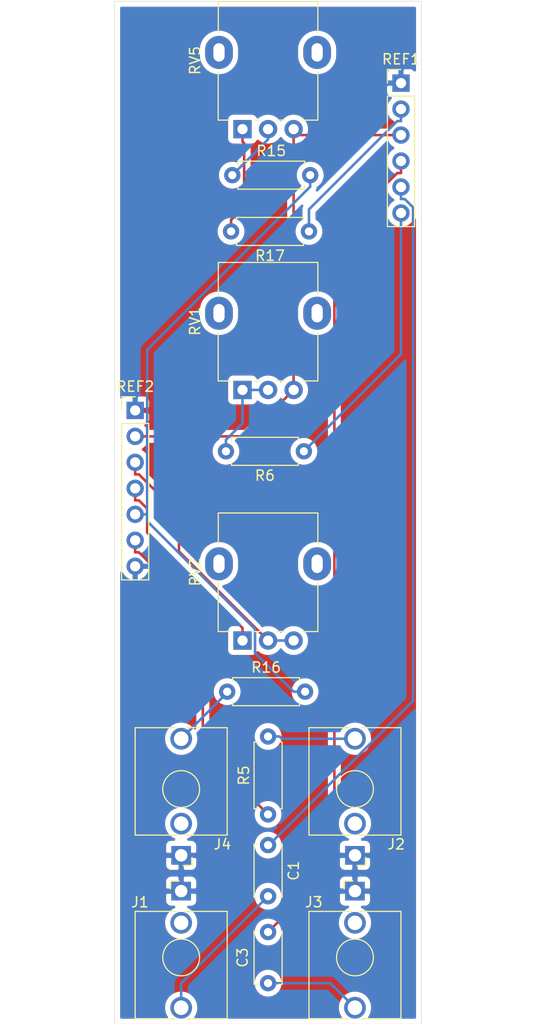
<source format=kicad_pcb>
(kicad_pcb (version 20171130) (host pcbnew "(5.1.9)-1")

  (general
    (thickness 1.6)
    (drawings 4)
    (tracks 69)
    (zones 0)
    (modules 16)
    (nets 18)
  )

  (page A4)
  (layers
    (0 F.Cu signal)
    (31 B.Cu signal hide)
    (32 B.Adhes user)
    (33 F.Adhes user)
    (34 B.Paste user)
    (35 F.Paste user)
    (36 B.SilkS user)
    (37 F.SilkS user)
    (38 B.Mask user)
    (39 F.Mask user)
    (40 Dwgs.User user)
    (41 Cmts.User user)
    (42 Eco1.User user)
    (43 Eco2.User user)
    (44 Edge.Cuts user)
    (45 Margin user)
    (46 B.CrtYd user)
    (47 F.CrtYd user)
    (48 B.Fab user)
    (49 F.Fab user)
  )

  (setup
    (last_trace_width 0.25)
    (trace_clearance 0.2)
    (zone_clearance 0.508)
    (zone_45_only no)
    (trace_min 0.2)
    (via_size 0.8)
    (via_drill 0.4)
    (via_min_size 0.4)
    (via_min_drill 0.3)
    (uvia_size 0.3)
    (uvia_drill 0.1)
    (uvias_allowed no)
    (uvia_min_size 0.2)
    (uvia_min_drill 0.1)
    (edge_width 0.05)
    (segment_width 0.2)
    (pcb_text_width 0.3)
    (pcb_text_size 1.5 1.5)
    (mod_edge_width 0.12)
    (mod_text_size 1 1)
    (mod_text_width 0.15)
    (pad_size 1.8 1.8)
    (pad_drill 1)
    (pad_to_mask_clearance 0)
    (aux_axis_origin 0 0)
    (visible_elements 7FFFFFFF)
    (pcbplotparams
      (layerselection 0x010fc_ffffffff)
      (usegerberextensions false)
      (usegerberattributes true)
      (usegerberadvancedattributes true)
      (creategerberjobfile true)
      (excludeedgelayer true)
      (linewidth 0.100000)
      (plotframeref false)
      (viasonmask false)
      (mode 1)
      (useauxorigin false)
      (hpglpennumber 1)
      (hpglpenspeed 20)
      (hpglpendiameter 15.000000)
      (psnegative false)
      (psa4output false)
      (plotreference true)
      (plotvalue true)
      (plotinvisibletext false)
      (padsonsilk false)
      (subtractmaskfromsilk false)
      (outputformat 1)
      (mirror false)
      (drillshape 0)
      (scaleselection 1)
      (outputdirectory "gerber_cont/"))
  )

  (net 0 "")
  (net 1 "Net-(C1-Pad2)")
  (net 2 "Net-(C1-Pad1)")
  (net 3 "Net-(C3-Pad2)")
  (net 4 "Net-(C3-Pad1)")
  (net 5 "Net-(C4-Pad1)")
  (net 6 +12V)
  (net 7 GND)
  (net 8 -12V)
  (net 9 "Net-(D1-Pad2)")
  (net 10 Q_CTRL)
  (net 11 "Net-(J2-PadT)")
  (net 12 "Net-(J4-PadT)")
  (net 13 "Net-(R6-Pad2)")
  (net 14 "Net-(R8-Pad1)")
  (net 15 "Net-(R14-Pad1)")
  (net 16 "Net-(R15-Pad1)")
  (net 17 "Net-(R17-Pad2)")

  (net_class Default "This is the default net class."
    (clearance 0.2)
    (trace_width 0.25)
    (via_dia 0.8)
    (via_drill 0.4)
    (uvia_dia 0.3)
    (uvia_drill 0.1)
    (add_net +12V)
    (add_net -12V)
    (add_net GND)
    (add_net "Net-(C1-Pad1)")
    (add_net "Net-(C1-Pad2)")
    (add_net "Net-(C3-Pad1)")
    (add_net "Net-(C3-Pad2)")
    (add_net "Net-(C4-Pad1)")
    (add_net "Net-(D1-Pad2)")
    (add_net "Net-(J2-PadT)")
    (add_net "Net-(J4-PadT)")
    (add_net "Net-(R14-Pad1)")
    (add_net "Net-(R15-Pad1)")
    (add_net "Net-(R17-Pad2)")
    (add_net "Net-(R6-Pad2)")
    (add_net "Net-(R8-Pad1)")
    (add_net Q_CTRL)
  )

  (module Connector_PinHeader_2.54mm:PinHeader_1x06_P2.54mm_Vertical (layer F.Cu) (tedit 612CFDB8) (tstamp 612D7FDE)
    (at 93 49)
    (descr "Through hole straight pin header, 1x06, 2.54mm pitch, single row")
    (tags "Through hole pin header THT 1x06 2.54mm single row")
    (fp_text reference REF1 (at 0 -2.33) (layer F.SilkS)
      (effects (font (size 1 1) (thickness 0.15)))
    )
    (fp_text value PinHeader_1x06_P2.54mm_Vertical (at 0 20.11) (layer F.Fab)
      (effects (font (size 1 1) (thickness 0.15)))
    )
    (fp_line (start -0.635 -1.27) (end 1.27 -1.27) (layer F.Fab) (width 0.1))
    (fp_line (start 1.27 -1.27) (end 1.27 13.97) (layer F.Fab) (width 0.1))
    (fp_line (start 1.27 13.97) (end -1.27 13.97) (layer F.Fab) (width 0.1))
    (fp_line (start -1.27 13.97) (end -1.27 -0.635) (layer F.Fab) (width 0.1))
    (fp_line (start -1.27 -0.635) (end -0.635 -1.27) (layer F.Fab) (width 0.1))
    (fp_line (start -1.33 14.03) (end 1.33 14.03) (layer F.SilkS) (width 0.12))
    (fp_line (start -1.33 1.27) (end -1.33 14.03) (layer F.SilkS) (width 0.12))
    (fp_line (start 1.33 1.27) (end 1.33 14.03) (layer F.SilkS) (width 0.12))
    (fp_line (start -1.33 1.27) (end 1.33 1.27) (layer F.SilkS) (width 0.12))
    (fp_line (start -1.33 0) (end -1.33 -1.33) (layer F.SilkS) (width 0.12))
    (fp_line (start -1.33 -1.33) (end 0 -1.33) (layer F.SilkS) (width 0.12))
    (fp_line (start -1.8 -1.8) (end -1.8 14.5) (layer F.CrtYd) (width 0.05))
    (fp_line (start -1.8 14.5) (end 1.8 14.5) (layer F.CrtYd) (width 0.05))
    (fp_line (start 1.8 14.5) (end 1.8 -1.8) (layer F.CrtYd) (width 0.05))
    (fp_line (start 1.8 -1.8) (end -1.8 -1.8) (layer F.CrtYd) (width 0.05))
    (fp_text user %R (at 0 8.89 90) (layer F.Fab)
      (effects (font (size 1 1) (thickness 0.15)))
    )
    (pad 6 thru_hole oval (at 0 12.7) (size 1.7 1.7) (drill 1) (layers *.Cu *.Mask)
      (net 10 Q_CTRL))
    (pad 5 thru_hole oval (at 0 10.16) (size 1.7 1.7) (drill 1) (layers *.Cu *.Mask)
      (net 2 "Net-(C1-Pad1)"))
    (pad 4 thru_hole oval (at 0 7.62) (size 1.7 1.7) (drill 1) (layers *.Cu *.Mask)
      (net 3 "Net-(C3-Pad2)"))
    (pad 3 thru_hole oval (at 0 5.08) (size 1.7 1.7) (drill 1) (layers *.Cu *.Mask)
      (net 6 +12V))
    (pad 2 thru_hole oval (at 0 2.54) (size 1.7 1.7) (drill 1) (layers *.Cu *.Mask)
      (net 8 -12V))
    (pad 1 thru_hole rect (at 0 0) (size 1.7 1.7) (drill 1) (layers *.Cu *.Mask)
      (net 7 GND))
    (model ${KISYS3DMOD}/Connector_PinHeader_2.54mm.3dshapes/PinHeader_1x06_P2.54mm_Vertical.wrl
      (at (xyz 0 0 0))
      (scale (xyz 1 1 1))
      (rotate (xyz 0 0 0))
    )
  )

  (module Connector_PinHeader_2.54mm:PinHeader_1x07_P2.54mm_Vertical (layer F.Cu) (tedit 613222E1) (tstamp 612D7FDC)
    (at 67 81)
    (descr "Through hole straight pin header, 1x07, 2.54mm pitch, single row")
    (tags "Through hole pin header THT 1x07 2.54mm single row")
    (fp_text reference REF2 (at 0 -2.33) (layer F.SilkS)
      (effects (font (size 1 1) (thickness 0.15)))
    )
    (fp_text value PinHeader_1x07_P2.54mm_Vertical (at 0 20.11) (layer F.Fab)
      (effects (font (size 1 1) (thickness 0.15)))
    )
    (fp_line (start -0.635 -1.27) (end 1.27 -1.27) (layer F.Fab) (width 0.1))
    (fp_line (start 1.27 -1.27) (end 1.27 16.51) (layer F.Fab) (width 0.1))
    (fp_line (start 1.27 16.51) (end -1.27 16.51) (layer F.Fab) (width 0.1))
    (fp_line (start -1.27 16.51) (end -1.27 -0.635) (layer F.Fab) (width 0.1))
    (fp_line (start -1.27 -0.635) (end -0.635 -1.27) (layer F.Fab) (width 0.1))
    (fp_line (start -1.33 16.57) (end 1.33 16.57) (layer F.SilkS) (width 0.12))
    (fp_line (start -1.33 1.27) (end -1.33 16.57) (layer F.SilkS) (width 0.12))
    (fp_line (start 1.33 1.27) (end 1.33 16.57) (layer F.SilkS) (width 0.12))
    (fp_line (start -1.33 1.27) (end 1.33 1.27) (layer F.SilkS) (width 0.12))
    (fp_line (start -1.33 0) (end -1.33 -1.33) (layer F.SilkS) (width 0.12))
    (fp_line (start -1.33 -1.33) (end 0 -1.33) (layer F.SilkS) (width 0.12))
    (fp_line (start -1.8 -1.8) (end -1.8 17.05) (layer F.CrtYd) (width 0.05))
    (fp_line (start -1.8 17.05) (end 1.8 17.05) (layer F.CrtYd) (width 0.05))
    (fp_line (start 1.8 17.05) (end 1.8 -1.8) (layer F.CrtYd) (width 0.05))
    (fp_line (start 1.8 -1.8) (end -1.8 -1.8) (layer F.CrtYd) (width 0.05))
    (fp_text user %R (at 0 8.89 90) (layer F.Fab)
      (effects (font (size 1 1) (thickness 0.15)))
    )
    (pad 7 thru_hole oval (at 0 15.24) (size 1.7 1.7) (drill 1) (layers *.Cu *.Mask)
      (net 7 GND))
    (pad 6 thru_hole oval (at 0 12.7) (size 1.7 1.7) (drill 1) (layers *.Cu *.Mask)
      (net 9 "Net-(D1-Pad2)"))
    (pad 5 thru_hole oval (at 0 10.16) (size 1.7 1.7) (drill 1) (layers *.Cu *.Mask)
      (net 15 "Net-(R14-Pad1)"))
    (pad 4 thru_hole oval (at 0 7.62) (size 1.7 1.7) (drill 1) (layers *.Cu *.Mask)
      (net 14 "Net-(R8-Pad1)"))
    (pad 3 thru_hole oval (at 0 5.08) (size 1.7 1.7) (drill 1) (layers *.Cu *.Mask)
      (net 5 "Net-(C4-Pad1)"))
    (pad 2 thru_hole oval (at 0 2.54) (size 1.7 1.7) (drill 1) (layers *.Cu *.Mask)
      (net 6 +12V))
    (pad 1 thru_hole rect (at 0 0) (size 1.7 1.7) (drill 1) (layers *.Cu *.Mask)
      (net 7 GND))
    (model ${KISYS3DMOD}/Connector_PinHeader_2.54mm.3dshapes/PinHeader_1x07_P2.54mm_Vertical.wrl
      (at (xyz 0 0 0))
      (scale (xyz 1 1 1))
      (rotate (xyz 0 0 0))
    )
  )

  (module Potentiometer_THT:Potentiometer_Alpha_RD901F-40-00D_Single_Vertical (layer F.Cu) (tedit 5C6C6C14) (tstamp 612D105F)
    (at 77.5 53.5 90)
    (descr "Potentiometer, vertical, 9mm, single, http://www.taiwanalpha.com.tw/downloads?target=products&id=113")
    (tags "potentiometer vertical 9mm single")
    (path /6134494B)
    (fp_text reference RV5 (at 6.71 -4.64 270) (layer F.SilkS)
      (effects (font (size 1 1) (thickness 0.15)))
    )
    (fp_text value 10k (at 0 9.86 270) (layer F.Fab)
      (effects (font (size 1 1) (thickness 0.15)))
    )
    (fp_line (start -1.15 8.91) (end 12.6 8.91) (layer F.CrtYd) (width 0.05))
    (fp_line (start -1.15 -3.91) (end -1.15 8.91) (layer F.CrtYd) (width 0.05))
    (fp_line (start 12.6 -3.91) (end -1.15 -3.91) (layer F.CrtYd) (width 0.05))
    (fp_line (start 12.6 8.91) (end 12.6 -3.91) (layer F.CrtYd) (width 0.05))
    (fp_line (start 12.47 7.37) (end 12.47 -2.37) (layer F.SilkS) (width 0.12))
    (fp_line (start 0.88 7.37) (end 0.88 5.88) (layer F.SilkS) (width 0.12))
    (fp_line (start 9.41 7.37) (end 12.47 7.37) (layer F.SilkS) (width 0.12))
    (fp_line (start 0.88 -2.38) (end 5.6 -2.38) (layer F.SilkS) (width 0.12))
    (fp_circle (center 7.5 2.5) (end 7.5 -1) (layer F.Fab) (width 0.1))
    (fp_line (start 1 7.25) (end 1 -2.25) (layer F.Fab) (width 0.1))
    (fp_line (start 12.35 7.25) (end 12.35 -2.25) (layer F.Fab) (width 0.1))
    (fp_line (start 1 -2.25) (end 12.35 -2.25) (layer F.Fab) (width 0.1))
    (fp_line (start 1 7.25) (end 12.35 7.25) (layer F.Fab) (width 0.1))
    (fp_line (start 9.41 -2.37) (end 12.47 -2.37) (layer F.SilkS) (width 0.12))
    (fp_line (start 0.88 7.37) (end 5.6 7.37) (layer F.SilkS) (width 0.12))
    (fp_line (start 0.88 -1.19) (end 0.88 -2.37) (layer F.SilkS) (width 0.12))
    (fp_line (start 0.88 1.71) (end 0.88 1.18) (layer F.SilkS) (width 0.12))
    (fp_line (start 0.88 4.16) (end 0.88 3.33) (layer F.SilkS) (width 0.12))
    (fp_text user %R (at 7.62 2.54 90) (layer F.Fab)
      (effects (font (size 1 1) (thickness 0.15)))
    )
    (pad "" thru_hole oval (at 7.5 -2.3 180) (size 2.72 3.24) (drill oval 1.1 1.8) (layers *.Cu *.Mask))
    (pad "" thru_hole oval (at 7.5 7.3 180) (size 2.72 3.24) (drill oval 1.1 1.8) (layers *.Cu *.Mask))
    (pad 3 thru_hole circle (at 0 5 180) (size 1.8 1.8) (drill 1) (layers *.Cu *.Mask)
      (net 6 +12V))
    (pad 2 thru_hole circle (at 0 2.5 180) (size 1.8 1.8) (drill 1) (layers *.Cu *.Mask)
      (net 16 "Net-(R15-Pad1)"))
    (pad 1 thru_hole rect (at 0 0 180) (size 1.8 1.8) (drill 1) (layers *.Cu *.Mask)
      (net 17 "Net-(R17-Pad2)"))
    (model ${KISYS3DMOD}/Potentiometer_THT.3dshapes/Potentiometer_Alpha_RD901F-40-00D_Single_Vertical.wrl
      (at (xyz 0 0 0))
      (scale (xyz 1 1 1))
      (rotate (xyz 0 0 0))
    )
  )

  (module Potentiometer_THT:Potentiometer_Alpha_RD901F-40-00D_Single_Vertical (layer F.Cu) (tedit 6176AF06) (tstamp 612D0FEF)
    (at 77.5 103.5 90)
    (descr "Potentiometer, vertical, 9mm, single, http://www.taiwanalpha.com.tw/downloads?target=products&id=113")
    (tags "potentiometer vertical 9mm single")
    (path /6130AE3C)
    (fp_text reference RV2 (at 6.71 -4.64 270) (layer F.SilkS)
      (effects (font (size 1 1) (thickness 0.15)))
    )
    (fp_text value 100k (at 0 9.86 270) (layer F.Fab)
      (effects (font (size 1 1) (thickness 0.15)))
    )
    (fp_line (start -1.15 8.91) (end 12.6 8.91) (layer F.CrtYd) (width 0.05))
    (fp_line (start -1.15 -3.91) (end -1.15 8.91) (layer F.CrtYd) (width 0.05))
    (fp_line (start 12.6 -3.91) (end -1.15 -3.91) (layer F.CrtYd) (width 0.05))
    (fp_line (start 12.6 8.91) (end 12.6 -3.91) (layer F.CrtYd) (width 0.05))
    (fp_line (start 12.47 7.37) (end 12.47 -2.37) (layer F.SilkS) (width 0.12))
    (fp_line (start 0.88 7.37) (end 0.88 5.88) (layer F.SilkS) (width 0.12))
    (fp_line (start 9.41 7.37) (end 12.47 7.37) (layer F.SilkS) (width 0.12))
    (fp_line (start 0.88 -2.38) (end 5.6 -2.38) (layer F.SilkS) (width 0.12))
    (fp_circle (center 7.5 2.5) (end 7.5 -1) (layer F.Fab) (width 0.1))
    (fp_line (start 1 7.25) (end 1 -2.25) (layer F.Fab) (width 0.1))
    (fp_line (start 12.35 7.25) (end 12.35 -2.25) (layer F.Fab) (width 0.1))
    (fp_line (start 1 -2.25) (end 12.35 -2.25) (layer F.Fab) (width 0.1))
    (fp_line (start 1 7.25) (end 12.35 7.25) (layer F.Fab) (width 0.1))
    (fp_line (start 9.41 -2.37) (end 12.47 -2.37) (layer F.SilkS) (width 0.12))
    (fp_line (start 0.88 7.37) (end 5.6 7.37) (layer F.SilkS) (width 0.12))
    (fp_line (start 0.88 -1.19) (end 0.88 -2.37) (layer F.SilkS) (width 0.12))
    (fp_line (start 0.88 1.71) (end 0.88 1.18) (layer F.SilkS) (width 0.12))
    (fp_line (start 0.88 4.16) (end 0.88 3.33) (layer F.SilkS) (width 0.12))
    (fp_text user %R (at 7.62 2.54 90) (layer F.Fab)
      (effects (font (size 1 1) (thickness 0.15)))
    )
    (pad "" thru_hole oval (at 7.5 -2.3 180) (size 2.72 3.24) (drill oval 1.1 1.8) (layers *.Cu *.Mask))
    (pad "" thru_hole oval (at 7.5 7.3 180) (size 2.72 3.24) (drill oval 1.1 1.8) (layers *.Cu *.Mask))
    (pad 3 thru_hole circle (at 0 5 180) (size 1.8 1.8) (drill 1) (layers *.Cu *.Mask)
      (net 5 "Net-(C4-Pad1)"))
    (pad 2 thru_hole circle (at 0 2.5 180) (size 1.8 1.8) (drill 1) (layers *.Cu *.Mask)
      (net 5 "Net-(C4-Pad1)"))
    (pad 1 thru_hole rect (at 0 0 180) (size 1.8 1.8) (drill 1) (layers *.Cu *.Mask)
      (net 14 "Net-(R8-Pad1)"))
    (model ${KISYS3DMOD}/Potentiometer_THT.3dshapes/Potentiometer_Alpha_RD901F-40-00D_Single_Vertical.wrl
      (at (xyz 0 0 0))
      (scale (xyz 1 1 1))
      (rotate (xyz 0 0 0))
    )
  )

  (module Potentiometer_THT:Potentiometer_Alpha_RD901F-40-00D_Single_Vertical (layer F.Cu) (tedit 5C6C6C14) (tstamp 612D0FD3)
    (at 77.5 79 90)
    (descr "Potentiometer, vertical, 9mm, single, http://www.taiwanalpha.com.tw/downloads?target=products&id=113")
    (tags "potentiometer vertical 9mm single")
    (path /612F6B5B)
    (fp_text reference RV1 (at 6.71 -4.64 270) (layer F.SilkS)
      (effects (font (size 1 1) (thickness 0.15)))
    )
    (fp_text value 100k (at 0 9.86 270) (layer F.Fab)
      (effects (font (size 1 1) (thickness 0.15)))
    )
    (fp_line (start -1.15 8.91) (end 12.6 8.91) (layer F.CrtYd) (width 0.05))
    (fp_line (start -1.15 -3.91) (end -1.15 8.91) (layer F.CrtYd) (width 0.05))
    (fp_line (start 12.6 -3.91) (end -1.15 -3.91) (layer F.CrtYd) (width 0.05))
    (fp_line (start 12.6 8.91) (end 12.6 -3.91) (layer F.CrtYd) (width 0.05))
    (fp_line (start 12.47 7.37) (end 12.47 -2.37) (layer F.SilkS) (width 0.12))
    (fp_line (start 0.88 7.37) (end 0.88 5.88) (layer F.SilkS) (width 0.12))
    (fp_line (start 9.41 7.37) (end 12.47 7.37) (layer F.SilkS) (width 0.12))
    (fp_line (start 0.88 -2.38) (end 5.6 -2.38) (layer F.SilkS) (width 0.12))
    (fp_circle (center 7.5 2.5) (end 7.5 -1) (layer F.Fab) (width 0.1))
    (fp_line (start 1 7.25) (end 1 -2.25) (layer F.Fab) (width 0.1))
    (fp_line (start 12.35 7.25) (end 12.35 -2.25) (layer F.Fab) (width 0.1))
    (fp_line (start 1 -2.25) (end 12.35 -2.25) (layer F.Fab) (width 0.1))
    (fp_line (start 1 7.25) (end 12.35 7.25) (layer F.Fab) (width 0.1))
    (fp_line (start 9.41 -2.37) (end 12.47 -2.37) (layer F.SilkS) (width 0.12))
    (fp_line (start 0.88 7.37) (end 5.6 7.37) (layer F.SilkS) (width 0.12))
    (fp_line (start 0.88 -1.19) (end 0.88 -2.37) (layer F.SilkS) (width 0.12))
    (fp_line (start 0.88 1.71) (end 0.88 1.18) (layer F.SilkS) (width 0.12))
    (fp_line (start 0.88 4.16) (end 0.88 3.33) (layer F.SilkS) (width 0.12))
    (fp_text user %R (at 7.62 2.54 90) (layer F.Fab)
      (effects (font (size 1 1) (thickness 0.15)))
    )
    (pad "" thru_hole oval (at 7.5 -2.3 180) (size 2.72 3.24) (drill oval 1.1 1.8) (layers *.Cu *.Mask))
    (pad "" thru_hole oval (at 7.5 7.3 180) (size 2.72 3.24) (drill oval 1.1 1.8) (layers *.Cu *.Mask))
    (pad 3 thru_hole circle (at 0 5 180) (size 1.8 1.8) (drill 1) (layers *.Cu *.Mask)
      (net 6 +12V))
    (pad 2 thru_hole circle (at 0 2.5 180) (size 1.8 1.8) (drill 1) (layers *.Cu *.Mask)
      (net 13 "Net-(R6-Pad2)"))
    (pad 1 thru_hole rect (at 0 0 180) (size 1.8 1.8) (drill 1) (layers *.Cu *.Mask)
      (net 13 "Net-(R6-Pad2)"))
    (model ${KISYS3DMOD}/Potentiometer_THT.3dshapes/Potentiometer_Alpha_RD901F-40-00D_Single_Vertical.wrl
      (at (xyz 0 0 0))
      (scale (xyz 1 1 1))
      (rotate (xyz 0 0 0))
    )
  )

  (module Resistor_THT:R_Axial_DIN0207_L6.3mm_D2.5mm_P7.62mm_Horizontal (layer F.Cu) (tedit 5AE5139B) (tstamp 612D0FB7)
    (at 84 63.5 180)
    (descr "Resistor, Axial_DIN0207 series, Axial, Horizontal, pin pitch=7.62mm, 0.25W = 1/4W, length*diameter=6.3*2.5mm^2, http://cdn-reichelt.de/documents/datenblatt/B400/1_4W%23YAG.pdf")
    (tags "Resistor Axial_DIN0207 series Axial Horizontal pin pitch 7.62mm 0.25W = 1/4W length 6.3mm diameter 2.5mm")
    (path /61347A18)
    (fp_text reference R17 (at 3.81 -2.37) (layer F.SilkS)
      (effects (font (size 1 1) (thickness 0.15)))
    )
    (fp_text value 4.7k (at 3.81 2.37) (layer F.Fab)
      (effects (font (size 1 1) (thickness 0.15)))
    )
    (fp_line (start 0.66 -1.25) (end 0.66 1.25) (layer F.Fab) (width 0.1))
    (fp_line (start 0.66 1.25) (end 6.96 1.25) (layer F.Fab) (width 0.1))
    (fp_line (start 6.96 1.25) (end 6.96 -1.25) (layer F.Fab) (width 0.1))
    (fp_line (start 6.96 -1.25) (end 0.66 -1.25) (layer F.Fab) (width 0.1))
    (fp_line (start 0 0) (end 0.66 0) (layer F.Fab) (width 0.1))
    (fp_line (start 7.62 0) (end 6.96 0) (layer F.Fab) (width 0.1))
    (fp_line (start 0.54 -1.04) (end 0.54 -1.37) (layer F.SilkS) (width 0.12))
    (fp_line (start 0.54 -1.37) (end 7.08 -1.37) (layer F.SilkS) (width 0.12))
    (fp_line (start 7.08 -1.37) (end 7.08 -1.04) (layer F.SilkS) (width 0.12))
    (fp_line (start 0.54 1.04) (end 0.54 1.37) (layer F.SilkS) (width 0.12))
    (fp_line (start 0.54 1.37) (end 7.08 1.37) (layer F.SilkS) (width 0.12))
    (fp_line (start 7.08 1.37) (end 7.08 1.04) (layer F.SilkS) (width 0.12))
    (fp_line (start -1.05 -1.5) (end -1.05 1.5) (layer F.CrtYd) (width 0.05))
    (fp_line (start -1.05 1.5) (end 8.67 1.5) (layer F.CrtYd) (width 0.05))
    (fp_line (start 8.67 1.5) (end 8.67 -1.5) (layer F.CrtYd) (width 0.05))
    (fp_line (start 8.67 -1.5) (end -1.05 -1.5) (layer F.CrtYd) (width 0.05))
    (fp_text user %R (at 3.81 0) (layer F.Fab)
      (effects (font (size 1 1) (thickness 0.15)))
    )
    (pad 2 thru_hole oval (at 7.62 0 180) (size 1.6 1.6) (drill 0.8) (layers *.Cu *.Mask)
      (net 17 "Net-(R17-Pad2)"))
    (pad 1 thru_hole circle (at 0 0 180) (size 1.6 1.6) (drill 0.8) (layers *.Cu *.Mask)
      (net 8 -12V))
    (model ${KISYS3DMOD}/Resistor_THT.3dshapes/R_Axial_DIN0207_L6.3mm_D2.5mm_P7.62mm_Horizontal.wrl
      (at (xyz 0 0 0))
      (scale (xyz 1 1 1))
      (rotate (xyz 0 0 0))
    )
  )

  (module Resistor_THT:R_Axial_DIN0207_L6.3mm_D2.5mm_P7.62mm_Horizontal (layer F.Cu) (tedit 5AE5139B) (tstamp 612D0FA0)
    (at 76 108.5)
    (descr "Resistor, Axial_DIN0207 series, Axial, Horizontal, pin pitch=7.62mm, 0.25W = 1/4W, length*diameter=6.3*2.5mm^2, http://cdn-reichelt.de/documents/datenblatt/B400/1_4W%23YAG.pdf")
    (tags "Resistor Axial_DIN0207 series Axial Horizontal pin pitch 7.62mm 0.25W = 1/4W length 6.3mm diameter 2.5mm")
    (path /6134256E)
    (fp_text reference R16 (at 3.81 -2.37) (layer F.SilkS)
      (effects (font (size 1 1) (thickness 0.15)))
    )
    (fp_text value 33k (at 3.81 2.37) (layer F.Fab)
      (effects (font (size 1 1) (thickness 0.15)))
    )
    (fp_line (start 0.66 -1.25) (end 0.66 1.25) (layer F.Fab) (width 0.1))
    (fp_line (start 0.66 1.25) (end 6.96 1.25) (layer F.Fab) (width 0.1))
    (fp_line (start 6.96 1.25) (end 6.96 -1.25) (layer F.Fab) (width 0.1))
    (fp_line (start 6.96 -1.25) (end 0.66 -1.25) (layer F.Fab) (width 0.1))
    (fp_line (start 0 0) (end 0.66 0) (layer F.Fab) (width 0.1))
    (fp_line (start 7.62 0) (end 6.96 0) (layer F.Fab) (width 0.1))
    (fp_line (start 0.54 -1.04) (end 0.54 -1.37) (layer F.SilkS) (width 0.12))
    (fp_line (start 0.54 -1.37) (end 7.08 -1.37) (layer F.SilkS) (width 0.12))
    (fp_line (start 7.08 -1.37) (end 7.08 -1.04) (layer F.SilkS) (width 0.12))
    (fp_line (start 0.54 1.04) (end 0.54 1.37) (layer F.SilkS) (width 0.12))
    (fp_line (start 0.54 1.37) (end 7.08 1.37) (layer F.SilkS) (width 0.12))
    (fp_line (start 7.08 1.37) (end 7.08 1.04) (layer F.SilkS) (width 0.12))
    (fp_line (start -1.05 -1.5) (end -1.05 1.5) (layer F.CrtYd) (width 0.05))
    (fp_line (start -1.05 1.5) (end 8.67 1.5) (layer F.CrtYd) (width 0.05))
    (fp_line (start 8.67 1.5) (end 8.67 -1.5) (layer F.CrtYd) (width 0.05))
    (fp_line (start 8.67 -1.5) (end -1.05 -1.5) (layer F.CrtYd) (width 0.05))
    (fp_text user %R (at 3.81 0) (layer F.Fab)
      (effects (font (size 1 1) (thickness 0.15)))
    )
    (pad 2 thru_hole oval (at 7.62 0) (size 1.6 1.6) (drill 0.8) (layers *.Cu *.Mask)
      (net 15 "Net-(R14-Pad1)"))
    (pad 1 thru_hole circle (at 0 0) (size 1.6 1.6) (drill 0.8) (layers *.Cu *.Mask)
      (net 12 "Net-(J4-PadT)"))
    (model ${KISYS3DMOD}/Resistor_THT.3dshapes/R_Axial_DIN0207_L6.3mm_D2.5mm_P7.62mm_Horizontal.wrl
      (at (xyz 0 0 0))
      (scale (xyz 1 1 1))
      (rotate (xyz 0 0 0))
    )
  )

  (module Resistor_THT:R_Axial_DIN0207_L6.3mm_D2.5mm_P7.62mm_Horizontal (layer F.Cu) (tedit 5AE5139B) (tstamp 612D0F89)
    (at 76.5 58)
    (descr "Resistor, Axial_DIN0207 series, Axial, Horizontal, pin pitch=7.62mm, 0.25W = 1/4W, length*diameter=6.3*2.5mm^2, http://cdn-reichelt.de/documents/datenblatt/B400/1_4W%23YAG.pdf")
    (tags "Resistor Axial_DIN0207 series Axial Horizontal pin pitch 7.62mm 0.25W = 1/4W length 6.3mm diameter 2.5mm")
    (path /61341583)
    (fp_text reference R15 (at 3.81 -2.37) (layer F.SilkS)
      (effects (font (size 1 1) (thickness 0.15)))
    )
    (fp_text value 100k (at 3.81 2.37) (layer F.Fab)
      (effects (font (size 1 1) (thickness 0.15)))
    )
    (fp_line (start 0.66 -1.25) (end 0.66 1.25) (layer F.Fab) (width 0.1))
    (fp_line (start 0.66 1.25) (end 6.96 1.25) (layer F.Fab) (width 0.1))
    (fp_line (start 6.96 1.25) (end 6.96 -1.25) (layer F.Fab) (width 0.1))
    (fp_line (start 6.96 -1.25) (end 0.66 -1.25) (layer F.Fab) (width 0.1))
    (fp_line (start 0 0) (end 0.66 0) (layer F.Fab) (width 0.1))
    (fp_line (start 7.62 0) (end 6.96 0) (layer F.Fab) (width 0.1))
    (fp_line (start 0.54 -1.04) (end 0.54 -1.37) (layer F.SilkS) (width 0.12))
    (fp_line (start 0.54 -1.37) (end 7.08 -1.37) (layer F.SilkS) (width 0.12))
    (fp_line (start 7.08 -1.37) (end 7.08 -1.04) (layer F.SilkS) (width 0.12))
    (fp_line (start 0.54 1.04) (end 0.54 1.37) (layer F.SilkS) (width 0.12))
    (fp_line (start 0.54 1.37) (end 7.08 1.37) (layer F.SilkS) (width 0.12))
    (fp_line (start 7.08 1.37) (end 7.08 1.04) (layer F.SilkS) (width 0.12))
    (fp_line (start -1.05 -1.5) (end -1.05 1.5) (layer F.CrtYd) (width 0.05))
    (fp_line (start -1.05 1.5) (end 8.67 1.5) (layer F.CrtYd) (width 0.05))
    (fp_line (start 8.67 1.5) (end 8.67 -1.5) (layer F.CrtYd) (width 0.05))
    (fp_line (start 8.67 -1.5) (end -1.05 -1.5) (layer F.CrtYd) (width 0.05))
    (fp_text user %R (at 3.81 0) (layer F.Fab)
      (effects (font (size 1 1) (thickness 0.15)))
    )
    (pad 2 thru_hole oval (at 7.62 0) (size 1.6 1.6) (drill 0.8) (layers *.Cu *.Mask)
      (net 15 "Net-(R14-Pad1)"))
    (pad 1 thru_hole circle (at 0 0) (size 1.6 1.6) (drill 0.8) (layers *.Cu *.Mask)
      (net 16 "Net-(R15-Pad1)"))
    (model ${KISYS3DMOD}/Resistor_THT.3dshapes/R_Axial_DIN0207_L6.3mm_D2.5mm_P7.62mm_Horizontal.wrl
      (at (xyz 0 0 0))
      (scale (xyz 1 1 1))
      (rotate (xyz 0 0 0))
    )
  )

  (module Resistor_THT:R_Axial_DIN0207_L6.3mm_D2.5mm_P7.62mm_Horizontal (layer F.Cu) (tedit 5AE5139B) (tstamp 612D0EBA)
    (at 83.5 85 180)
    (descr "Resistor, Axial_DIN0207 series, Axial, Horizontal, pin pitch=7.62mm, 0.25W = 1/4W, length*diameter=6.3*2.5mm^2, http://cdn-reichelt.de/documents/datenblatt/B400/1_4W%23YAG.pdf")
    (tags "Resistor Axial_DIN0207 series Axial Horizontal pin pitch 7.62mm 0.25W = 1/4W length 6.3mm diameter 2.5mm")
    (path /612F58D5)
    (fp_text reference R6 (at 3.81 -2.37) (layer F.SilkS)
      (effects (font (size 1 1) (thickness 0.15)))
    )
    (fp_text value 30k (at 3.81 2.37) (layer F.Fab)
      (effects (font (size 1 1) (thickness 0.15)))
    )
    (fp_line (start 0.66 -1.25) (end 0.66 1.25) (layer F.Fab) (width 0.1))
    (fp_line (start 0.66 1.25) (end 6.96 1.25) (layer F.Fab) (width 0.1))
    (fp_line (start 6.96 1.25) (end 6.96 -1.25) (layer F.Fab) (width 0.1))
    (fp_line (start 6.96 -1.25) (end 0.66 -1.25) (layer F.Fab) (width 0.1))
    (fp_line (start 0 0) (end 0.66 0) (layer F.Fab) (width 0.1))
    (fp_line (start 7.62 0) (end 6.96 0) (layer F.Fab) (width 0.1))
    (fp_line (start 0.54 -1.04) (end 0.54 -1.37) (layer F.SilkS) (width 0.12))
    (fp_line (start 0.54 -1.37) (end 7.08 -1.37) (layer F.SilkS) (width 0.12))
    (fp_line (start 7.08 -1.37) (end 7.08 -1.04) (layer F.SilkS) (width 0.12))
    (fp_line (start 0.54 1.04) (end 0.54 1.37) (layer F.SilkS) (width 0.12))
    (fp_line (start 0.54 1.37) (end 7.08 1.37) (layer F.SilkS) (width 0.12))
    (fp_line (start 7.08 1.37) (end 7.08 1.04) (layer F.SilkS) (width 0.12))
    (fp_line (start -1.05 -1.5) (end -1.05 1.5) (layer F.CrtYd) (width 0.05))
    (fp_line (start -1.05 1.5) (end 8.67 1.5) (layer F.CrtYd) (width 0.05))
    (fp_line (start 8.67 1.5) (end 8.67 -1.5) (layer F.CrtYd) (width 0.05))
    (fp_line (start 8.67 -1.5) (end -1.05 -1.5) (layer F.CrtYd) (width 0.05))
    (fp_text user %R (at 3.81 0) (layer F.Fab)
      (effects (font (size 1 1) (thickness 0.15)))
    )
    (pad 2 thru_hole oval (at 7.62 0 180) (size 1.6 1.6) (drill 0.8) (layers *.Cu *.Mask)
      (net 13 "Net-(R6-Pad2)"))
    (pad 1 thru_hole circle (at 0 0 180) (size 1.6 1.6) (drill 0.8) (layers *.Cu *.Mask)
      (net 10 Q_CTRL))
    (model ${KISYS3DMOD}/Resistor_THT.3dshapes/R_Axial_DIN0207_L6.3mm_D2.5mm_P7.62mm_Horizontal.wrl
      (at (xyz 0 0 0))
      (scale (xyz 1 1 1))
      (rotate (xyz 0 0 0))
    )
  )

  (module Resistor_THT:R_Axial_DIN0207_L6.3mm_D2.5mm_P7.62mm_Horizontal (layer F.Cu) (tedit 5AE5139B) (tstamp 612D0EA3)
    (at 80 120.5 90)
    (descr "Resistor, Axial_DIN0207 series, Axial, Horizontal, pin pitch=7.62mm, 0.25W = 1/4W, length*diameter=6.3*2.5mm^2, http://cdn-reichelt.de/documents/datenblatt/B400/1_4W%23YAG.pdf")
    (tags "Resistor Axial_DIN0207 series Axial Horizontal pin pitch 7.62mm 0.25W = 1/4W length 6.3mm diameter 2.5mm")
    (path /612F28A9)
    (fp_text reference R5 (at 3.81 -2.37 90) (layer F.SilkS)
      (effects (font (size 1 1) (thickness 0.15)))
    )
    (fp_text value 10k (at 3.81 2.37 90) (layer F.Fab)
      (effects (font (size 1 1) (thickness 0.15)))
    )
    (fp_line (start 0.66 -1.25) (end 0.66 1.25) (layer F.Fab) (width 0.1))
    (fp_line (start 0.66 1.25) (end 6.96 1.25) (layer F.Fab) (width 0.1))
    (fp_line (start 6.96 1.25) (end 6.96 -1.25) (layer F.Fab) (width 0.1))
    (fp_line (start 6.96 -1.25) (end 0.66 -1.25) (layer F.Fab) (width 0.1))
    (fp_line (start 0 0) (end 0.66 0) (layer F.Fab) (width 0.1))
    (fp_line (start 7.62 0) (end 6.96 0) (layer F.Fab) (width 0.1))
    (fp_line (start 0.54 -1.04) (end 0.54 -1.37) (layer F.SilkS) (width 0.12))
    (fp_line (start 0.54 -1.37) (end 7.08 -1.37) (layer F.SilkS) (width 0.12))
    (fp_line (start 7.08 -1.37) (end 7.08 -1.04) (layer F.SilkS) (width 0.12))
    (fp_line (start 0.54 1.04) (end 0.54 1.37) (layer F.SilkS) (width 0.12))
    (fp_line (start 0.54 1.37) (end 7.08 1.37) (layer F.SilkS) (width 0.12))
    (fp_line (start 7.08 1.37) (end 7.08 1.04) (layer F.SilkS) (width 0.12))
    (fp_line (start -1.05 -1.5) (end -1.05 1.5) (layer F.CrtYd) (width 0.05))
    (fp_line (start -1.05 1.5) (end 8.67 1.5) (layer F.CrtYd) (width 0.05))
    (fp_line (start 8.67 1.5) (end 8.67 -1.5) (layer F.CrtYd) (width 0.05))
    (fp_line (start 8.67 -1.5) (end -1.05 -1.5) (layer F.CrtYd) (width 0.05))
    (fp_text user %R (at 3.81 0 90) (layer F.Fab)
      (effects (font (size 1 1) (thickness 0.15)))
    )
    (pad 2 thru_hole oval (at 7.62 0 90) (size 1.6 1.6) (drill 0.8) (layers *.Cu *.Mask)
      (net 11 "Net-(J2-PadT)"))
    (pad 1 thru_hole circle (at 0 0 90) (size 1.6 1.6) (drill 0.8) (layers *.Cu *.Mask)
      (net 9 "Net-(D1-Pad2)"))
    (model ${KISYS3DMOD}/Resistor_THT.3dshapes/R_Axial_DIN0207_L6.3mm_D2.5mm_P7.62mm_Horizontal.wrl
      (at (xyz 0 0 0))
      (scale (xyz 1 1 1))
      (rotate (xyz 0 0 0))
    )
  )

  (module Connector_Audio:Jack_3.5mm_QingPu_WQP-PJ398SM_Vertical_CircularHoles (layer F.Cu) (tedit 5C2B6BB2) (tstamp 612D0E01)
    (at 71.5 124.5 180)
    (descr "TRS 3.5mm, vertical, Thonkiconn, PCB mount, (http://www.qingpu-electronics.com/en/products/WQP-PJ398SM-362.html)")
    (tags "WQP-PJ398SM WQP-PJ301M-12 TRS 3.5mm mono vertical jack thonkiconn qingpu")
    (path /6134AC9B)
    (fp_text reference J4 (at -4.03 1.08 180) (layer F.SilkS)
      (effects (font (size 1 1) (thickness 0.15)))
    )
    (fp_text value FREQ_CV (at 0 5 180) (layer F.Fab)
      (effects (font (size 1 1) (thickness 0.15)))
    )
    (fp_line (start -5 12.98) (end -5 -1.42) (layer F.CrtYd) (width 0.05))
    (fp_line (start -4.5 12.48) (end -4.5 2.08) (layer F.Fab) (width 0.1))
    (fp_line (start -4.5 1.98) (end -4.5 12.48) (layer F.SilkS) (width 0.12))
    (fp_line (start 4.5 1.98) (end 4.5 12.48) (layer F.SilkS) (width 0.12))
    (fp_circle (center 0 6.48) (end 1.5 6.48) (layer Dwgs.User) (width 0.12))
    (fp_line (start 0.09 7.96) (end 1.48 6.57) (layer Dwgs.User) (width 0.12))
    (fp_line (start -0.58 7.83) (end 1.36 5.89) (layer Dwgs.User) (width 0.12))
    (fp_line (start -1.07 7.49) (end 1.01 5.41) (layer Dwgs.User) (width 0.12))
    (fp_line (start -1.42 6.875) (end 0.4 5.06) (layer Dwgs.User) (width 0.12))
    (fp_line (start -1.41 6.02) (end -0.46 5.07) (layer Dwgs.User) (width 0.12))
    (fp_line (start 4.5 12.48) (end 0.5 12.48) (layer F.SilkS) (width 0.12))
    (fp_line (start -0.5 12.48) (end -4.5 12.48) (layer F.SilkS) (width 0.12))
    (fp_line (start 4.5 1.98) (end 0.35 1.98) (layer F.SilkS) (width 0.12))
    (fp_line (start -0.35 1.98) (end -4.5 1.98) (layer F.SilkS) (width 0.12))
    (fp_circle (center 0 6.48) (end 1.8 6.48) (layer F.SilkS) (width 0.12))
    (fp_line (start -1.06 -1) (end -1.06 -0.2) (layer F.SilkS) (width 0.12))
    (fp_line (start -1.06 -1) (end -0.2 -1) (layer F.SilkS) (width 0.12))
    (fp_line (start 4.5 12.48) (end 4.5 2.08) (layer F.Fab) (width 0.1))
    (fp_line (start 4.5 12.48) (end -4.5 12.48) (layer F.Fab) (width 0.1))
    (fp_line (start 5 12.98) (end 5 -1.42) (layer F.CrtYd) (width 0.05))
    (fp_line (start 5 12.98) (end -5 12.98) (layer F.CrtYd) (width 0.05))
    (fp_line (start 5 -1.42) (end -5 -1.42) (layer F.CrtYd) (width 0.05))
    (fp_line (start 4.5 2.03) (end -4.5 2.03) (layer F.Fab) (width 0.1))
    (fp_circle (center 0 6.48) (end 1.8 6.48) (layer F.Fab) (width 0.1))
    (fp_line (start 0 0) (end 0 2.03) (layer F.Fab) (width 0.1))
    (fp_text user %R (at 0 8 180) (layer F.Fab)
      (effects (font (size 1 1) (thickness 0.15)))
    )
    (fp_text user KEEPOUT (at 0 6.48) (layer Cmts.User)
      (effects (font (size 0.4 0.4) (thickness 0.051)))
    )
    (pad T thru_hole circle (at 0 11.4) (size 2.13 2.13) (drill 1.43) (layers *.Cu *.Mask)
      (net 12 "Net-(J4-PadT)"))
    (pad S thru_hole rect (at 0 0) (size 1.93 1.83) (drill 1.22) (layers *.Cu *.Mask)
      (net 7 GND))
    (pad TN thru_hole circle (at 0 3.1) (size 2.13 2.13) (drill 1.42) (layers *.Cu *.Mask))
    (model ${KISYS3DMOD}/Connector_Audio.3dshapes/Jack_3.5mm_QingPu_WQP-PJ398SM_Vertical.wrl
      (at (xyz 0 0 0))
      (scale (xyz 1 1 1))
      (rotate (xyz 0 0 0))
    )
  )

  (module Connector_Audio:Jack_3.5mm_QingPu_WQP-PJ398SM_Vertical_CircularHoles (layer F.Cu) (tedit 5C2B6BB2) (tstamp 612D0DDF)
    (at 88.5 128)
    (descr "TRS 3.5mm, vertical, Thonkiconn, PCB mount, (http://www.qingpu-electronics.com/en/products/WQP-PJ398SM-362.html)")
    (tags "WQP-PJ398SM WQP-PJ301M-12 TRS 3.5mm mono vertical jack thonkiconn qingpu")
    (path /612FD96D)
    (fp_text reference J3 (at -4.03 1.08 180) (layer F.SilkS)
      (effects (font (size 1 1) (thickness 0.15)))
    )
    (fp_text value OUT (at 0 5 180) (layer F.Fab)
      (effects (font (size 1 1) (thickness 0.15)))
    )
    (fp_line (start -5 12.98) (end -5 -1.42) (layer F.CrtYd) (width 0.05))
    (fp_line (start -4.5 12.48) (end -4.5 2.08) (layer F.Fab) (width 0.1))
    (fp_line (start -4.5 1.98) (end -4.5 12.48) (layer F.SilkS) (width 0.12))
    (fp_line (start 4.5 1.98) (end 4.5 12.48) (layer F.SilkS) (width 0.12))
    (fp_circle (center 0 6.48) (end 1.5 6.48) (layer Dwgs.User) (width 0.12))
    (fp_line (start 0.09 7.96) (end 1.48 6.57) (layer Dwgs.User) (width 0.12))
    (fp_line (start -0.58 7.83) (end 1.36 5.89) (layer Dwgs.User) (width 0.12))
    (fp_line (start -1.07 7.49) (end 1.01 5.41) (layer Dwgs.User) (width 0.12))
    (fp_line (start -1.42 6.875) (end 0.4 5.06) (layer Dwgs.User) (width 0.12))
    (fp_line (start -1.41 6.02) (end -0.46 5.07) (layer Dwgs.User) (width 0.12))
    (fp_line (start 4.5 12.48) (end 0.5 12.48) (layer F.SilkS) (width 0.12))
    (fp_line (start -0.5 12.48) (end -4.5 12.48) (layer F.SilkS) (width 0.12))
    (fp_line (start 4.5 1.98) (end 0.35 1.98) (layer F.SilkS) (width 0.12))
    (fp_line (start -0.35 1.98) (end -4.5 1.98) (layer F.SilkS) (width 0.12))
    (fp_circle (center 0 6.48) (end 1.8 6.48) (layer F.SilkS) (width 0.12))
    (fp_line (start -1.06 -1) (end -1.06 -0.2) (layer F.SilkS) (width 0.12))
    (fp_line (start -1.06 -1) (end -0.2 -1) (layer F.SilkS) (width 0.12))
    (fp_line (start 4.5 12.48) (end 4.5 2.08) (layer F.Fab) (width 0.1))
    (fp_line (start 4.5 12.48) (end -4.5 12.48) (layer F.Fab) (width 0.1))
    (fp_line (start 5 12.98) (end 5 -1.42) (layer F.CrtYd) (width 0.05))
    (fp_line (start 5 12.98) (end -5 12.98) (layer F.CrtYd) (width 0.05))
    (fp_line (start 5 -1.42) (end -5 -1.42) (layer F.CrtYd) (width 0.05))
    (fp_line (start 4.5 2.03) (end -4.5 2.03) (layer F.Fab) (width 0.1))
    (fp_circle (center 0 6.48) (end 1.8 6.48) (layer F.Fab) (width 0.1))
    (fp_line (start 0 0) (end 0 2.03) (layer F.Fab) (width 0.1))
    (fp_text user %R (at 0 8 180) (layer F.Fab)
      (effects (font (size 1 1) (thickness 0.15)))
    )
    (fp_text user KEEPOUT (at 0 6.48) (layer Cmts.User)
      (effects (font (size 0.4 0.4) (thickness 0.051)))
    )
    (pad T thru_hole circle (at 0 11.4 180) (size 2.13 2.13) (drill 1.43) (layers *.Cu *.Mask)
      (net 4 "Net-(C3-Pad1)"))
    (pad S thru_hole rect (at 0 0 180) (size 1.93 1.83) (drill 1.22) (layers *.Cu *.Mask)
      (net 7 GND))
    (pad TN thru_hole circle (at 0 3.1 180) (size 2.13 2.13) (drill 1.42) (layers *.Cu *.Mask))
    (model ${KISYS3DMOD}/Connector_Audio.3dshapes/Jack_3.5mm_QingPu_WQP-PJ398SM_Vertical.wrl
      (at (xyz 0 0 0))
      (scale (xyz 1 1 1))
      (rotate (xyz 0 0 0))
    )
  )

  (module Connector_Audio:Jack_3.5mm_QingPu_WQP-PJ398SM_Vertical_CircularHoles (layer F.Cu) (tedit 5C2B6BB2) (tstamp 612D0DBD)
    (at 88.5 124.5 180)
    (descr "TRS 3.5mm, vertical, Thonkiconn, PCB mount, (http://www.qingpu-electronics.com/en/products/WQP-PJ398SM-362.html)")
    (tags "WQP-PJ398SM WQP-PJ301M-12 TRS 3.5mm mono vertical jack thonkiconn qingpu")
    (path /612F0C2D)
    (fp_text reference J2 (at -4.03 1.08 180) (layer F.SilkS)
      (effects (font (size 1 1) (thickness 0.15)))
    )
    (fp_text value RES_CV (at 0 5 180) (layer F.Fab)
      (effects (font (size 1 1) (thickness 0.15)))
    )
    (fp_line (start -5 12.98) (end -5 -1.42) (layer F.CrtYd) (width 0.05))
    (fp_line (start -4.5 12.48) (end -4.5 2.08) (layer F.Fab) (width 0.1))
    (fp_line (start -4.5 1.98) (end -4.5 12.48) (layer F.SilkS) (width 0.12))
    (fp_line (start 4.5 1.98) (end 4.5 12.48) (layer F.SilkS) (width 0.12))
    (fp_circle (center 0 6.48) (end 1.5 6.48) (layer Dwgs.User) (width 0.12))
    (fp_line (start 0.09 7.96) (end 1.48 6.57) (layer Dwgs.User) (width 0.12))
    (fp_line (start -0.58 7.83) (end 1.36 5.89) (layer Dwgs.User) (width 0.12))
    (fp_line (start -1.07 7.49) (end 1.01 5.41) (layer Dwgs.User) (width 0.12))
    (fp_line (start -1.42 6.875) (end 0.4 5.06) (layer Dwgs.User) (width 0.12))
    (fp_line (start -1.41 6.02) (end -0.46 5.07) (layer Dwgs.User) (width 0.12))
    (fp_line (start 4.5 12.48) (end 0.5 12.48) (layer F.SilkS) (width 0.12))
    (fp_line (start -0.5 12.48) (end -4.5 12.48) (layer F.SilkS) (width 0.12))
    (fp_line (start 4.5 1.98) (end 0.35 1.98) (layer F.SilkS) (width 0.12))
    (fp_line (start -0.35 1.98) (end -4.5 1.98) (layer F.SilkS) (width 0.12))
    (fp_circle (center 0 6.48) (end 1.8 6.48) (layer F.SilkS) (width 0.12))
    (fp_line (start -1.06 -1) (end -1.06 -0.2) (layer F.SilkS) (width 0.12))
    (fp_line (start -1.06 -1) (end -0.2 -1) (layer F.SilkS) (width 0.12))
    (fp_line (start 4.5 12.48) (end 4.5 2.08) (layer F.Fab) (width 0.1))
    (fp_line (start 4.5 12.48) (end -4.5 12.48) (layer F.Fab) (width 0.1))
    (fp_line (start 5 12.98) (end 5 -1.42) (layer F.CrtYd) (width 0.05))
    (fp_line (start 5 12.98) (end -5 12.98) (layer F.CrtYd) (width 0.05))
    (fp_line (start 5 -1.42) (end -5 -1.42) (layer F.CrtYd) (width 0.05))
    (fp_line (start 4.5 2.03) (end -4.5 2.03) (layer F.Fab) (width 0.1))
    (fp_circle (center 0 6.48) (end 1.8 6.48) (layer F.Fab) (width 0.1))
    (fp_line (start 0 0) (end 0 2.03) (layer F.Fab) (width 0.1))
    (fp_text user %R (at 0 8 180) (layer F.Fab)
      (effects (font (size 1 1) (thickness 0.15)))
    )
    (fp_text user KEEPOUT (at 0 6.48) (layer Cmts.User)
      (effects (font (size 0.4 0.4) (thickness 0.051)))
    )
    (pad T thru_hole circle (at 0 11.4) (size 2.13 2.13) (drill 1.43) (layers *.Cu *.Mask)
      (net 11 "Net-(J2-PadT)"))
    (pad S thru_hole rect (at 0 0) (size 1.93 1.83) (drill 1.22) (layers *.Cu *.Mask)
      (net 7 GND))
    (pad TN thru_hole circle (at 0 3.1) (size 2.13 2.13) (drill 1.42) (layers *.Cu *.Mask))
    (model ${KISYS3DMOD}/Connector_Audio.3dshapes/Jack_3.5mm_QingPu_WQP-PJ398SM_Vertical.wrl
      (at (xyz 0 0 0))
      (scale (xyz 1 1 1))
      (rotate (xyz 0 0 0))
    )
  )

  (module Connector_Audio:Jack_3.5mm_QingPu_WQP-PJ398SM_Vertical_CircularHoles (layer F.Cu) (tedit 5C2B6BB2) (tstamp 612D0D9B)
    (at 71.5 128)
    (descr "TRS 3.5mm, vertical, Thonkiconn, PCB mount, (http://www.qingpu-electronics.com/en/products/WQP-PJ398SM-362.html)")
    (tags "WQP-PJ398SM WQP-PJ301M-12 TRS 3.5mm mono vertical jack thonkiconn qingpu")
    (path /612D36D6)
    (fp_text reference J1 (at -4.03 1.08 180) (layer F.SilkS)
      (effects (font (size 1 1) (thickness 0.15)))
    )
    (fp_text value Audio_IN (at 0 5 180) (layer F.Fab)
      (effects (font (size 1 1) (thickness 0.15)))
    )
    (fp_line (start -5 12.98) (end -5 -1.42) (layer F.CrtYd) (width 0.05))
    (fp_line (start -4.5 12.48) (end -4.5 2.08) (layer F.Fab) (width 0.1))
    (fp_line (start -4.5 1.98) (end -4.5 12.48) (layer F.SilkS) (width 0.12))
    (fp_line (start 4.5 1.98) (end 4.5 12.48) (layer F.SilkS) (width 0.12))
    (fp_circle (center 0 6.48) (end 1.5 6.48) (layer Dwgs.User) (width 0.12))
    (fp_line (start 0.09 7.96) (end 1.48 6.57) (layer Dwgs.User) (width 0.12))
    (fp_line (start -0.58 7.83) (end 1.36 5.89) (layer Dwgs.User) (width 0.12))
    (fp_line (start -1.07 7.49) (end 1.01 5.41) (layer Dwgs.User) (width 0.12))
    (fp_line (start -1.42 6.875) (end 0.4 5.06) (layer Dwgs.User) (width 0.12))
    (fp_line (start -1.41 6.02) (end -0.46 5.07) (layer Dwgs.User) (width 0.12))
    (fp_line (start 4.5 12.48) (end 0.5 12.48) (layer F.SilkS) (width 0.12))
    (fp_line (start -0.5 12.48) (end -4.5 12.48) (layer F.SilkS) (width 0.12))
    (fp_line (start 4.5 1.98) (end 0.35 1.98) (layer F.SilkS) (width 0.12))
    (fp_line (start -0.35 1.98) (end -4.5 1.98) (layer F.SilkS) (width 0.12))
    (fp_circle (center 0 6.48) (end 1.8 6.48) (layer F.SilkS) (width 0.12))
    (fp_line (start -1.06 -1) (end -1.06 -0.2) (layer F.SilkS) (width 0.12))
    (fp_line (start -1.06 -1) (end -0.2 -1) (layer F.SilkS) (width 0.12))
    (fp_line (start 4.5 12.48) (end 4.5 2.08) (layer F.Fab) (width 0.1))
    (fp_line (start 4.5 12.48) (end -4.5 12.48) (layer F.Fab) (width 0.1))
    (fp_line (start 5 12.98) (end 5 -1.42) (layer F.CrtYd) (width 0.05))
    (fp_line (start 5 12.98) (end -5 12.98) (layer F.CrtYd) (width 0.05))
    (fp_line (start 5 -1.42) (end -5 -1.42) (layer F.CrtYd) (width 0.05))
    (fp_line (start 4.5 2.03) (end -4.5 2.03) (layer F.Fab) (width 0.1))
    (fp_circle (center 0 6.48) (end 1.8 6.48) (layer F.Fab) (width 0.1))
    (fp_line (start 0 0) (end 0 2.03) (layer F.Fab) (width 0.1))
    (fp_text user %R (at 0 8 180) (layer F.Fab)
      (effects (font (size 1 1) (thickness 0.15)))
    )
    (fp_text user KEEPOUT (at 0 6.48) (layer Cmts.User)
      (effects (font (size 0.4 0.4) (thickness 0.051)))
    )
    (pad T thru_hole circle (at 0 11.4 180) (size 2.13 2.13) (drill 1.43) (layers *.Cu *.Mask)
      (net 1 "Net-(C1-Pad2)"))
    (pad S thru_hole rect (at 0 0 180) (size 1.93 1.83) (drill 1.22) (layers *.Cu *.Mask)
      (net 7 GND))
    (pad TN thru_hole circle (at 0 3.1 180) (size 2.13 2.13) (drill 1.42) (layers *.Cu *.Mask))
    (model ${KISYS3DMOD}/Connector_Audio.3dshapes/Jack_3.5mm_QingPu_WQP-PJ398SM_Vertical.wrl
      (at (xyz 0 0 0))
      (scale (xyz 1 1 1))
      (rotate (xyz 0 0 0))
    )
  )

  (module Capacitor_THT:C_Disc_D5.0mm_W2.5mm_P5.00mm (layer F.Cu) (tedit 5AE50EF0) (tstamp 612D0B9F)
    (at 80 137 90)
    (descr "C, Disc series, Radial, pin pitch=5.00mm, , diameter*width=5*2.5mm^2, Capacitor, http://cdn-reichelt.de/documents/datenblatt/B300/DS_KERKO_TC.pdf")
    (tags "C Disc series Radial pin pitch 5.00mm  diameter 5mm width 2.5mm Capacitor")
    (path /6130078F)
    (fp_text reference C3 (at 2.5 -2.5 90) (layer F.SilkS)
      (effects (font (size 1 1) (thickness 0.15)))
    )
    (fp_text value 2.2uF (at 2.5 2.5 90) (layer F.Fab)
      (effects (font (size 1 1) (thickness 0.15)))
    )
    (fp_line (start 0 -1.25) (end 0 1.25) (layer F.Fab) (width 0.1))
    (fp_line (start 0 1.25) (end 5 1.25) (layer F.Fab) (width 0.1))
    (fp_line (start 5 1.25) (end 5 -1.25) (layer F.Fab) (width 0.1))
    (fp_line (start 5 -1.25) (end 0 -1.25) (layer F.Fab) (width 0.1))
    (fp_line (start -0.12 -1.37) (end 5.12 -1.37) (layer F.SilkS) (width 0.12))
    (fp_line (start -0.12 1.37) (end 5.12 1.37) (layer F.SilkS) (width 0.12))
    (fp_line (start -0.12 -1.37) (end -0.12 -1.055) (layer F.SilkS) (width 0.12))
    (fp_line (start -0.12 1.055) (end -0.12 1.37) (layer F.SilkS) (width 0.12))
    (fp_line (start 5.12 -1.37) (end 5.12 -1.055) (layer F.SilkS) (width 0.12))
    (fp_line (start 5.12 1.055) (end 5.12 1.37) (layer F.SilkS) (width 0.12))
    (fp_line (start -1.05 -1.5) (end -1.05 1.5) (layer F.CrtYd) (width 0.05))
    (fp_line (start -1.05 1.5) (end 6.05 1.5) (layer F.CrtYd) (width 0.05))
    (fp_line (start 6.05 1.5) (end 6.05 -1.5) (layer F.CrtYd) (width 0.05))
    (fp_line (start 6.05 -1.5) (end -1.05 -1.5) (layer F.CrtYd) (width 0.05))
    (fp_text user %R (at 2.5 0 90) (layer F.Fab)
      (effects (font (size 1 1) (thickness 0.15)))
    )
    (pad 2 thru_hole circle (at 5 0 90) (size 1.6 1.6) (drill 0.8) (layers *.Cu *.Mask)
      (net 3 "Net-(C3-Pad2)"))
    (pad 1 thru_hole circle (at 0 0 90) (size 1.6 1.6) (drill 0.8) (layers *.Cu *.Mask)
      (net 4 "Net-(C3-Pad1)"))
    (model ${KISYS3DMOD}/Capacitor_THT.3dshapes/C_Disc_D5.0mm_W2.5mm_P5.00mm.wrl
      (at (xyz 0 0 0))
      (scale (xyz 1 1 1))
      (rotate (xyz 0 0 0))
    )
  )

  (module Capacitor_THT:C_Disc_D5.0mm_W2.5mm_P5.00mm (layer F.Cu) (tedit 5AE50EF0) (tstamp 612D0B75)
    (at 80 123.5 270)
    (descr "C, Disc series, Radial, pin pitch=5.00mm, , diameter*width=5*2.5mm^2, Capacitor, http://cdn-reichelt.de/documents/datenblatt/B300/DS_KERKO_TC.pdf")
    (tags "C Disc series Radial pin pitch 5.00mm  diameter 5mm width 2.5mm Capacitor")
    (path /612D582C)
    (fp_text reference C1 (at 2.5 -2.5 90) (layer F.SilkS)
      (effects (font (size 1 1) (thickness 0.15)))
    )
    (fp_text value 2.2uF (at 2.5 2.5 90) (layer F.Fab)
      (effects (font (size 1 1) (thickness 0.15)))
    )
    (fp_line (start 0 -1.25) (end 0 1.25) (layer F.Fab) (width 0.1))
    (fp_line (start 0 1.25) (end 5 1.25) (layer F.Fab) (width 0.1))
    (fp_line (start 5 1.25) (end 5 -1.25) (layer F.Fab) (width 0.1))
    (fp_line (start 5 -1.25) (end 0 -1.25) (layer F.Fab) (width 0.1))
    (fp_line (start -0.12 -1.37) (end 5.12 -1.37) (layer F.SilkS) (width 0.12))
    (fp_line (start -0.12 1.37) (end 5.12 1.37) (layer F.SilkS) (width 0.12))
    (fp_line (start -0.12 -1.37) (end -0.12 -1.055) (layer F.SilkS) (width 0.12))
    (fp_line (start -0.12 1.055) (end -0.12 1.37) (layer F.SilkS) (width 0.12))
    (fp_line (start 5.12 -1.37) (end 5.12 -1.055) (layer F.SilkS) (width 0.12))
    (fp_line (start 5.12 1.055) (end 5.12 1.37) (layer F.SilkS) (width 0.12))
    (fp_line (start -1.05 -1.5) (end -1.05 1.5) (layer F.CrtYd) (width 0.05))
    (fp_line (start -1.05 1.5) (end 6.05 1.5) (layer F.CrtYd) (width 0.05))
    (fp_line (start 6.05 1.5) (end 6.05 -1.5) (layer F.CrtYd) (width 0.05))
    (fp_line (start 6.05 -1.5) (end -1.05 -1.5) (layer F.CrtYd) (width 0.05))
    (fp_text user %R (at 2.5 0 90) (layer F.Fab)
      (effects (font (size 1 1) (thickness 0.15)))
    )
    (pad 2 thru_hole circle (at 5 0 270) (size 1.6 1.6) (drill 0.8) (layers *.Cu *.Mask)
      (net 1 "Net-(C1-Pad2)"))
    (pad 1 thru_hole circle (at 0 0 270) (size 1.6 1.6) (drill 0.8) (layers *.Cu *.Mask)
      (net 2 "Net-(C1-Pad1)"))
    (model ${KISYS3DMOD}/Capacitor_THT.3dshapes/C_Disc_D5.0mm_W2.5mm_P5.00mm.wrl
      (at (xyz 0 0 0))
      (scale (xyz 1 1 1))
      (rotate (xyz 0 0 0))
    )
  )

  (gr_line (start 95 41) (end 65 41) (layer Edge.Cuts) (width 0.05) (tstamp 612CFADD))
  (gr_line (start 65 141) (end 65 41) (layer Edge.Cuts) (width 0.05))
  (gr_line (start 65 141) (end 95 141) (layer Edge.Cuts) (width 0.05))
  (gr_line (start 95 41) (end 95 141) (layer Edge.Cuts) (width 0.05))

  (segment (start 80 128.5) (end 71.5 137) (width 0.25) (layer B.Cu) (net 1))
  (segment (start 71.5 137) (end 71.5 139.4) (width 0.25) (layer B.Cu) (net 1))
  (segment (start 93 59.16) (end 93 60.3353) (width 0.25) (layer B.Cu) (net 2))
  (segment (start 80 123.5) (end 80.0742 123.5) (width 0.25) (layer B.Cu) (net 2))
  (segment (start 80.0742 123.5) (end 94.1753 109.3989) (width 0.25) (layer B.Cu) (net 2))
  (segment (start 94.1753 109.3989) (end 94.1753 61.1432) (width 0.25) (layer B.Cu) (net 2))
  (segment (start 94.1753 61.1432) (end 93.3674 60.3353) (width 0.25) (layer B.Cu) (net 2))
  (segment (start 93.3674 60.3353) (end 93 60.3353) (width 0.25) (layer B.Cu) (net 2))
  (segment (start 93 56.62) (end 93 57.7953) (width 0.25) (layer F.Cu) (net 3))
  (segment (start 80 132) (end 86.4853 125.5147) (width 0.25) (layer F.Cu) (net 3))
  (segment (start 86.4853 125.5147) (end 86.4853 63.9427) (width 0.25) (layer F.Cu) (net 3))
  (segment (start 86.4853 63.9427) (end 92.6327 57.7953) (width 0.25) (layer F.Cu) (net 3))
  (segment (start 92.6327 57.7953) (end 93 57.7953) (width 0.25) (layer F.Cu) (net 3))
  (segment (start 80 137) (end 86.1 137) (width 0.25) (layer B.Cu) (net 4))
  (segment (start 86.1 137) (end 88.5 139.4) (width 0.25) (layer B.Cu) (net 4))
  (segment (start 82.5 103.5) (end 80 103.5) (width 0.25) (layer B.Cu) (net 5))
  (segment (start 80 103.5) (end 71.2841 94.7841) (width 0.25) (layer F.Cu) (net 5))
  (segment (start 71.2841 94.7841) (end 71.2841 91.1721) (width 0.25) (layer F.Cu) (net 5))
  (segment (start 71.2841 91.1721) (end 67.3673 87.2553) (width 0.25) (layer F.Cu) (net 5))
  (segment (start 67.3673 87.2553) (end 67 87.2553) (width 0.25) (layer F.Cu) (net 5))
  (segment (start 67 86.08) (end 67 87.2553) (width 0.25) (layer F.Cu) (net 5))
  (segment (start 82.5 54.08) (end 82.5 53.5) (width 0.25) (layer F.Cu) (net 6))
  (segment (start 82.5 79) (end 82.5 54.08) (width 0.25) (layer F.Cu) (net 6))
  (segment (start 82.5 54.08) (end 91.8247 54.08) (width 0.25) (layer F.Cu) (net 6))
  (segment (start 93 54.08) (end 91.8247 54.08) (width 0.25) (layer F.Cu) (net 6))
  (segment (start 82.5 79) (end 77.96 83.54) (width 0.25) (layer F.Cu) (net 6))
  (segment (start 77.96 83.54) (end 67 83.54) (width 0.25) (layer F.Cu) (net 6))
  (segment (start 93 51.54) (end 93 52.7153) (width 0.25) (layer B.Cu) (net 8))
  (segment (start 84 63.5) (end 84 61.348) (width 0.25) (layer B.Cu) (net 8))
  (segment (start 84 61.348) (end 92.6327 52.7153) (width 0.25) (layer B.Cu) (net 8))
  (segment (start 92.6327 52.7153) (end 93 52.7153) (width 0.25) (layer B.Cu) (net 8))
  (segment (start 67 93.7) (end 67 94.8753) (width 0.25) (layer F.Cu) (net 9))
  (segment (start 80 120.5) (end 73.6183 114.1183) (width 0.25) (layer F.Cu) (net 9))
  (segment (start 73.6183 114.1183) (end 73.6183 101.1263) (width 0.25) (layer F.Cu) (net 9))
  (segment (start 73.6183 101.1263) (end 67.3673 94.8753) (width 0.25) (layer F.Cu) (net 9))
  (segment (start 67.3673 94.8753) (end 67 94.8753) (width 0.25) (layer F.Cu) (net 9))
  (segment (start 83.5 85) (end 93 75.5) (width 0.25) (layer B.Cu) (net 10))
  (segment (start 93 75.5) (end 93 61.7) (width 0.25) (layer B.Cu) (net 10))
  (segment (start 80 112.88) (end 81.1253 112.88) (width 0.25) (layer B.Cu) (net 11))
  (segment (start 88.5 113.1) (end 81.3453 113.1) (width 0.25) (layer B.Cu) (net 11))
  (segment (start 81.3453 113.1) (end 81.1253 112.88) (width 0.25) (layer B.Cu) (net 11))
  (segment (start 71.5 113.1) (end 76 108.6) (width 0.25) (layer B.Cu) (net 12))
  (segment (start 76 108.6) (end 76 108.5) (width 0.25) (layer B.Cu) (net 12))
  (segment (start 77.5 79) (end 80 79) (width 0.25) (layer B.Cu) (net 13))
  (segment (start 75.88 83.8747) (end 77.5 82.2547) (width 0.25) (layer B.Cu) (net 13))
  (segment (start 77.5 82.2547) (end 77.5 79) (width 0.25) (layer B.Cu) (net 13))
  (segment (start 75.88 85) (end 75.88 83.8747) (width 0.25) (layer B.Cu) (net 13))
  (segment (start 67 88.62) (end 67 89.7953) (width 0.25) (layer F.Cu) (net 14))
  (segment (start 77.5 103.5) (end 77.5 102.2747) (width 0.25) (layer F.Cu) (net 14))
  (segment (start 77.5 102.2747) (end 68.1753 92.95) (width 0.25) (layer F.Cu) (net 14))
  (segment (start 68.1753 92.95) (end 68.1753 90.6032) (width 0.25) (layer F.Cu) (net 14))
  (segment (start 68.1753 90.6032) (end 67.3674 89.7953) (width 0.25) (layer F.Cu) (net 14))
  (segment (start 67.3674 89.7953) (end 67 89.7953) (width 0.25) (layer F.Cu) (net 14))
  (segment (start 84.12 58) (end 84.12 59.1253) (width 0.25) (layer B.Cu) (net 15))
  (segment (start 84.12 59.1253) (end 68.1753 75.07) (width 0.25) (layer B.Cu) (net 15))
  (segment (start 68.1753 75.07) (end 68.1753 91.16) (width 0.25) (layer B.Cu) (net 15))
  (segment (start 67 91.16) (end 68.1753 91.16) (width 0.25) (layer B.Cu) (net 15))
  (segment (start 83.62 108.5) (end 82.4947 108.5) (width 0.25) (layer B.Cu) (net 15))
  (segment (start 82.4947 108.5) (end 78.7254 104.7307) (width 0.25) (layer B.Cu) (net 15))
  (segment (start 78.7254 104.7307) (end 78.7254 102.3821) (width 0.25) (layer B.Cu) (net 15))
  (segment (start 78.7254 102.3821) (end 68.1753 91.832) (width 0.25) (layer B.Cu) (net 15))
  (segment (start 68.1753 91.832) (end 68.1753 91.16) (width 0.25) (layer B.Cu) (net 15))
  (segment (start 76.5 58) (end 80 54.5) (width 0.25) (layer B.Cu) (net 16))
  (segment (start 80 54.5) (end 80 53.5) (width 0.25) (layer B.Cu) (net 16))
  (segment (start 77.5 53.5) (end 77.5 54.7253) (width 0.25) (layer F.Cu) (net 17))
  (segment (start 76.38 63.5) (end 76.38 62.3747) (width 0.25) (layer F.Cu) (net 17))
  (segment (start 76.38 62.3747) (end 77.6593 61.0954) (width 0.25) (layer F.Cu) (net 17))
  (segment (start 77.6593 61.0954) (end 77.6593 54.8846) (width 0.25) (layer F.Cu) (net 17))
  (segment (start 77.6593 54.8846) (end 77.5 54.7253) (width 0.25) (layer F.Cu) (net 17))

  (zone (net 7) (net_name GND) (layer F.Cu) (tstamp 613267CF) (hatch edge 0.508)
    (connect_pads (clearance 0.508))
    (min_thickness 0.254)
    (fill yes (arc_segments 32) (thermal_gap 0.508) (thermal_bridge_width 0.508))
    (polygon
      (pts
        (xy 95 141) (xy 65 141) (xy 65 41) (xy 95 41)
      )
    )
    (filled_polygon
      (pts
        (xy 91.68401 59.863411) (xy 91.846525 60.106632) (xy 92.053368 60.313475) (xy 92.22776 60.43) (xy 92.053368 60.546525)
        (xy 91.846525 60.753368) (xy 91.68401 60.996589) (xy 91.572068 61.266842) (xy 91.515 61.55374) (xy 91.515 61.84626)
        (xy 91.572068 62.133158) (xy 91.68401 62.403411) (xy 91.846525 62.646632) (xy 92.053368 62.853475) (xy 92.296589 63.01599)
        (xy 92.566842 63.127932) (xy 92.85374 63.185) (xy 93.14626 63.185) (xy 93.433158 63.127932) (xy 93.703411 63.01599)
        (xy 93.946632 62.853475) (xy 94.153475 62.646632) (xy 94.31599 62.403411) (xy 94.34 62.345445) (xy 94.340001 140.34)
        (xy 89.916485 140.34) (xy 90.006521 140.205252) (xy 90.13467 139.895872) (xy 90.2 139.567435) (xy 90.2 139.232565)
        (xy 90.13467 138.904128) (xy 90.006521 138.594748) (xy 89.820477 138.316313) (xy 89.583687 138.079523) (xy 89.305252 137.893479)
        (xy 88.995872 137.76533) (xy 88.667435 137.7) (xy 88.332565 137.7) (xy 88.004128 137.76533) (xy 87.694748 137.893479)
        (xy 87.416313 138.079523) (xy 87.179523 138.316313) (xy 86.993479 138.594748) (xy 86.86533 138.904128) (xy 86.8 139.232565)
        (xy 86.8 139.567435) (xy 86.86533 139.895872) (xy 86.993479 140.205252) (xy 87.083515 140.34) (xy 72.916485 140.34)
        (xy 73.006521 140.205252) (xy 73.13467 139.895872) (xy 73.2 139.567435) (xy 73.2 139.232565) (xy 73.13467 138.904128)
        (xy 73.006521 138.594748) (xy 72.820477 138.316313) (xy 72.583687 138.079523) (xy 72.305252 137.893479) (xy 71.995872 137.76533)
        (xy 71.667435 137.7) (xy 71.332565 137.7) (xy 71.004128 137.76533) (xy 70.694748 137.893479) (xy 70.416313 138.079523)
        (xy 70.179523 138.316313) (xy 69.993479 138.594748) (xy 69.86533 138.904128) (xy 69.8 139.232565) (xy 69.8 139.567435)
        (xy 69.86533 139.895872) (xy 69.993479 140.205252) (xy 70.083515 140.34) (xy 65.66 140.34) (xy 65.66 136.858665)
        (xy 78.565 136.858665) (xy 78.565 137.141335) (xy 78.620147 137.418574) (xy 78.72832 137.679727) (xy 78.885363 137.914759)
        (xy 79.085241 138.114637) (xy 79.320273 138.27168) (xy 79.581426 138.379853) (xy 79.858665 138.435) (xy 80.141335 138.435)
        (xy 80.418574 138.379853) (xy 80.679727 138.27168) (xy 80.914759 138.114637) (xy 81.114637 137.914759) (xy 81.27168 137.679727)
        (xy 81.379853 137.418574) (xy 81.435 137.141335) (xy 81.435 136.858665) (xy 81.379853 136.581426) (xy 81.27168 136.320273)
        (xy 81.114637 136.085241) (xy 80.914759 135.885363) (xy 80.679727 135.72832) (xy 80.418574 135.620147) (xy 80.141335 135.565)
        (xy 79.858665 135.565) (xy 79.581426 135.620147) (xy 79.320273 135.72832) (xy 79.085241 135.885363) (xy 78.885363 136.085241)
        (xy 78.72832 136.320273) (xy 78.620147 136.581426) (xy 78.565 136.858665) (xy 65.66 136.858665) (xy 65.66 130.932565)
        (xy 69.8 130.932565) (xy 69.8 131.267435) (xy 69.86533 131.595872) (xy 69.993479 131.905252) (xy 70.179523 132.183687)
        (xy 70.416313 132.420477) (xy 70.694748 132.606521) (xy 71.004128 132.73467) (xy 71.332565 132.8) (xy 71.667435 132.8)
        (xy 71.995872 132.73467) (xy 72.305252 132.606521) (xy 72.583687 132.420477) (xy 72.820477 132.183687) (xy 73.006521 131.905252)
        (xy 73.13467 131.595872) (xy 73.2 131.267435) (xy 73.2 130.932565) (xy 73.13467 130.604128) (xy 73.006521 130.294748)
        (xy 72.820477 130.016313) (xy 72.583687 129.779523) (xy 72.305252 129.593479) (xy 72.20486 129.551895) (xy 72.465 129.553072)
        (xy 72.589482 129.540812) (xy 72.70918 129.504502) (xy 72.819494 129.445537) (xy 72.916185 129.366185) (xy 72.995537 129.269494)
        (xy 73.054502 129.15918) (xy 73.090812 129.039482) (xy 73.103072 128.915) (xy 73.100356 128.358665) (xy 78.565 128.358665)
        (xy 78.565 128.641335) (xy 78.620147 128.918574) (xy 78.72832 129.179727) (xy 78.885363 129.414759) (xy 79.085241 129.614637)
        (xy 79.320273 129.77168) (xy 79.581426 129.879853) (xy 79.858665 129.935) (xy 80.141335 129.935) (xy 80.418574 129.879853)
        (xy 80.679727 129.77168) (xy 80.914759 129.614637) (xy 81.114637 129.414759) (xy 81.27168 129.179727) (xy 81.379853 128.918574)
        (xy 81.435 128.641335) (xy 81.435 128.358665) (xy 81.379853 128.081426) (xy 81.27168 127.820273) (xy 81.114637 127.585241)
        (xy 80.914759 127.385363) (xy 80.679727 127.22832) (xy 80.418574 127.120147) (xy 80.141335 127.065) (xy 79.858665 127.065)
        (xy 79.581426 127.120147) (xy 79.320273 127.22832) (xy 79.085241 127.385363) (xy 78.885363 127.585241) (xy 78.72832 127.820273)
        (xy 78.620147 128.081426) (xy 78.565 128.358665) (xy 73.100356 128.358665) (xy 73.1 128.28575) (xy 72.94125 128.127)
        (xy 71.627 128.127) (xy 71.627 128.147) (xy 71.373 128.147) (xy 71.373 128.127) (xy 70.05875 128.127)
        (xy 69.9 128.28575) (xy 69.896928 128.915) (xy 69.909188 129.039482) (xy 69.945498 129.15918) (xy 70.004463 129.269494)
        (xy 70.083815 129.366185) (xy 70.180506 129.445537) (xy 70.29082 129.504502) (xy 70.410518 129.540812) (xy 70.535 129.553072)
        (xy 70.79514 129.551895) (xy 70.694748 129.593479) (xy 70.416313 129.779523) (xy 70.179523 130.016313) (xy 69.993479 130.294748)
        (xy 69.86533 130.604128) (xy 69.8 130.932565) (xy 65.66 130.932565) (xy 65.66 127.085) (xy 69.896928 127.085)
        (xy 69.9 127.71425) (xy 70.05875 127.873) (xy 71.373 127.873) (xy 71.373 126.60875) (xy 71.627 126.60875)
        (xy 71.627 127.873) (xy 72.94125 127.873) (xy 73.1 127.71425) (xy 73.103072 127.085) (xy 73.090812 126.960518)
        (xy 73.054502 126.84082) (xy 72.995537 126.730506) (xy 72.916185 126.633815) (xy 72.819494 126.554463) (xy 72.70918 126.495498)
        (xy 72.589482 126.459188) (xy 72.465 126.446928) (xy 71.78575 126.45) (xy 71.627 126.60875) (xy 71.373 126.60875)
        (xy 71.21425 126.45) (xy 70.535 126.446928) (xy 70.410518 126.459188) (xy 70.29082 126.495498) (xy 70.180506 126.554463)
        (xy 70.083815 126.633815) (xy 70.004463 126.730506) (xy 69.945498 126.84082) (xy 69.909188 126.960518) (xy 69.896928 127.085)
        (xy 65.66 127.085) (xy 65.66 125.415) (xy 69.896928 125.415) (xy 69.909188 125.539482) (xy 69.945498 125.65918)
        (xy 70.004463 125.769494) (xy 70.083815 125.866185) (xy 70.180506 125.945537) (xy 70.29082 126.004502) (xy 70.410518 126.040812)
        (xy 70.535 126.053072) (xy 71.21425 126.05) (xy 71.373 125.89125) (xy 71.373 124.627) (xy 71.627 124.627)
        (xy 71.627 125.89125) (xy 71.78575 126.05) (xy 72.465 126.053072) (xy 72.589482 126.040812) (xy 72.70918 126.004502)
        (xy 72.819494 125.945537) (xy 72.916185 125.866185) (xy 72.995537 125.769494) (xy 73.054502 125.65918) (xy 73.090812 125.539482)
        (xy 73.103072 125.415) (xy 73.1 124.78575) (xy 72.94125 124.627) (xy 71.627 124.627) (xy 71.373 124.627)
        (xy 70.05875 124.627) (xy 69.9 124.78575) (xy 69.896928 125.415) (xy 65.66 125.415) (xy 65.66 121.232565)
        (xy 69.8 121.232565) (xy 69.8 121.567435) (xy 69.86533 121.895872) (xy 69.993479 122.205252) (xy 70.179523 122.483687)
        (xy 70.416313 122.720477) (xy 70.694748 122.906521) (xy 70.79514 122.948105) (xy 70.535 122.946928) (xy 70.410518 122.959188)
        (xy 70.29082 122.995498) (xy 70.180506 123.054463) (xy 70.083815 123.133815) (xy 70.004463 123.230506) (xy 69.945498 123.34082)
        (xy 69.909188 123.460518) (xy 69.896928 123.585) (xy 69.9 124.21425) (xy 70.05875 124.373) (xy 71.373 124.373)
        (xy 71.373 124.353) (xy 71.627 124.353) (xy 71.627 124.373) (xy 72.94125 124.373) (xy 73.1 124.21425)
        (xy 73.103072 123.585) (xy 73.090812 123.460518) (xy 73.059916 123.358665) (xy 78.565 123.358665) (xy 78.565 123.641335)
        (xy 78.620147 123.918574) (xy 78.72832 124.179727) (xy 78.885363 124.414759) (xy 79.085241 124.614637) (xy 79.320273 124.77168)
        (xy 79.581426 124.879853) (xy 79.858665 124.935) (xy 80.141335 124.935) (xy 80.418574 124.879853) (xy 80.679727 124.77168)
        (xy 80.914759 124.614637) (xy 81.114637 124.414759) (xy 81.27168 124.179727) (xy 81.379853 123.918574) (xy 81.435 123.641335)
        (xy 81.435 123.358665) (xy 81.379853 123.081426) (xy 81.27168 122.820273) (xy 81.114637 122.585241) (xy 80.914759 122.385363)
        (xy 80.679727 122.22832) (xy 80.418574 122.120147) (xy 80.141335 122.065) (xy 79.858665 122.065) (xy 79.581426 122.120147)
        (xy 79.320273 122.22832) (xy 79.085241 122.385363) (xy 78.885363 122.585241) (xy 78.72832 122.820273) (xy 78.620147 123.081426)
        (xy 78.565 123.358665) (xy 73.059916 123.358665) (xy 73.054502 123.34082) (xy 72.995537 123.230506) (xy 72.916185 123.133815)
        (xy 72.819494 123.054463) (xy 72.70918 122.995498) (xy 72.589482 122.959188) (xy 72.465 122.946928) (xy 72.20486 122.948105)
        (xy 72.305252 122.906521) (xy 72.583687 122.720477) (xy 72.820477 122.483687) (xy 73.006521 122.205252) (xy 73.13467 121.895872)
        (xy 73.2 121.567435) (xy 73.2 121.232565) (xy 73.13467 120.904128) (xy 73.006521 120.594748) (xy 72.820477 120.316313)
        (xy 72.583687 120.079523) (xy 72.305252 119.893479) (xy 71.995872 119.76533) (xy 71.667435 119.7) (xy 71.332565 119.7)
        (xy 71.004128 119.76533) (xy 70.694748 119.893479) (xy 70.416313 120.079523) (xy 70.179523 120.316313) (xy 69.993479 120.594748)
        (xy 69.86533 120.904128) (xy 69.8 121.232565) (xy 65.66 121.232565) (xy 65.66 96.863402) (xy 65.728359 97.00692)
        (xy 65.902412 97.240269) (xy 66.118645 97.435178) (xy 66.368748 97.584157) (xy 66.643109 97.681481) (xy 66.873 97.560814)
        (xy 66.873 96.367) (xy 66.853 96.367) (xy 66.853 96.113) (xy 66.873 96.113) (xy 66.873 96.093)
        (xy 67.127 96.093) (xy 67.127 96.113) (xy 67.147 96.113) (xy 67.147 96.367) (xy 67.127 96.367)
        (xy 67.127 97.560814) (xy 67.356891 97.681481) (xy 67.631252 97.584157) (xy 67.881355 97.435178) (xy 68.097588 97.240269)
        (xy 68.271641 97.00692) (xy 68.320836 96.903637) (xy 72.858301 101.441103) (xy 72.8583 112.072919) (xy 72.820477 112.016313)
        (xy 72.583687 111.779523) (xy 72.305252 111.593479) (xy 71.995872 111.46533) (xy 71.667435 111.4) (xy 71.332565 111.4)
        (xy 71.004128 111.46533) (xy 70.694748 111.593479) (xy 70.416313 111.779523) (xy 70.179523 112.016313) (xy 69.993479 112.294748)
        (xy 69.86533 112.604128) (xy 69.8 112.932565) (xy 69.8 113.267435) (xy 69.86533 113.595872) (xy 69.993479 113.905252)
        (xy 70.179523 114.183687) (xy 70.416313 114.420477) (xy 70.694748 114.606521) (xy 71.004128 114.73467) (xy 71.332565 114.8)
        (xy 71.667435 114.8) (xy 71.995872 114.73467) (xy 72.305252 114.606521) (xy 72.583687 114.420477) (xy 72.820477 114.183687)
        (xy 72.85585 114.130747) (xy 72.8583 114.155622) (xy 72.8583 114.155632) (xy 72.869297 114.267285) (xy 72.912754 114.410546)
        (xy 72.983326 114.542576) (xy 73.023171 114.591126) (xy 73.078299 114.658301) (xy 73.107303 114.682104) (xy 78.601312 120.176114)
        (xy 78.565 120.358665) (xy 78.565 120.641335) (xy 78.620147 120.918574) (xy 78.72832 121.179727) (xy 78.885363 121.414759)
        (xy 79.085241 121.614637) (xy 79.320273 121.77168) (xy 79.581426 121.879853) (xy 79.858665 121.935) (xy 80.141335 121.935)
        (xy 80.418574 121.879853) (xy 80.679727 121.77168) (xy 80.914759 121.614637) (xy 81.114637 121.414759) (xy 81.27168 121.179727)
        (xy 81.379853 120.918574) (xy 81.435 120.641335) (xy 81.435 120.358665) (xy 81.379853 120.081426) (xy 81.27168 119.820273)
        (xy 81.114637 119.585241) (xy 80.914759 119.385363) (xy 80.679727 119.22832) (xy 80.418574 119.120147) (xy 80.141335 119.065)
        (xy 79.858665 119.065) (xy 79.676114 119.101312) (xy 74.3783 113.803499) (xy 74.3783 112.738665) (xy 78.565 112.738665)
        (xy 78.565 113.021335) (xy 78.620147 113.298574) (xy 78.72832 113.559727) (xy 78.885363 113.794759) (xy 79.085241 113.994637)
        (xy 79.320273 114.15168) (xy 79.581426 114.259853) (xy 79.858665 114.315) (xy 80.141335 114.315) (xy 80.418574 114.259853)
        (xy 80.679727 114.15168) (xy 80.914759 113.994637) (xy 81.114637 113.794759) (xy 81.27168 113.559727) (xy 81.379853 113.298574)
        (xy 81.435 113.021335) (xy 81.435 112.738665) (xy 81.379853 112.461426) (xy 81.27168 112.200273) (xy 81.114637 111.965241)
        (xy 80.914759 111.765363) (xy 80.679727 111.60832) (xy 80.418574 111.500147) (xy 80.141335 111.445) (xy 79.858665 111.445)
        (xy 79.581426 111.500147) (xy 79.320273 111.60832) (xy 79.085241 111.765363) (xy 78.885363 111.965241) (xy 78.72832 112.200273)
        (xy 78.620147 112.461426) (xy 78.565 112.738665) (xy 74.3783 112.738665) (xy 74.3783 108.358665) (xy 74.565 108.358665)
        (xy 74.565 108.641335) (xy 74.620147 108.918574) (xy 74.72832 109.179727) (xy 74.885363 109.414759) (xy 75.085241 109.614637)
        (xy 75.320273 109.77168) (xy 75.581426 109.879853) (xy 75.858665 109.935) (xy 76.141335 109.935) (xy 76.418574 109.879853)
        (xy 76.679727 109.77168) (xy 76.914759 109.614637) (xy 77.114637 109.414759) (xy 77.27168 109.179727) (xy 77.379853 108.918574)
        (xy 77.435 108.641335) (xy 77.435 108.358665) (xy 82.185 108.358665) (xy 82.185 108.641335) (xy 82.240147 108.918574)
        (xy 82.34832 109.179727) (xy 82.505363 109.414759) (xy 82.705241 109.614637) (xy 82.940273 109.77168) (xy 83.201426 109.879853)
        (xy 83.478665 109.935) (xy 83.761335 109.935) (xy 84.038574 109.879853) (xy 84.299727 109.77168) (xy 84.534759 109.614637)
        (xy 84.734637 109.414759) (xy 84.89168 109.179727) (xy 84.999853 108.918574) (xy 85.055 108.641335) (xy 85.055 108.358665)
        (xy 84.999853 108.081426) (xy 84.89168 107.820273) (xy 84.734637 107.585241) (xy 84.534759 107.385363) (xy 84.299727 107.22832)
        (xy 84.038574 107.120147) (xy 83.761335 107.065) (xy 83.478665 107.065) (xy 83.201426 107.120147) (xy 82.940273 107.22832)
        (xy 82.705241 107.385363) (xy 82.505363 107.585241) (xy 82.34832 107.820273) (xy 82.240147 108.081426) (xy 82.185 108.358665)
        (xy 77.435 108.358665) (xy 77.379853 108.081426) (xy 77.27168 107.820273) (xy 77.114637 107.585241) (xy 76.914759 107.385363)
        (xy 76.679727 107.22832) (xy 76.418574 107.120147) (xy 76.141335 107.065) (xy 75.858665 107.065) (xy 75.581426 107.120147)
        (xy 75.320273 107.22832) (xy 75.085241 107.385363) (xy 74.885363 107.585241) (xy 74.72832 107.820273) (xy 74.620147 108.081426)
        (xy 74.565 108.358665) (xy 74.3783 108.358665) (xy 74.3783 101.163622) (xy 74.381976 101.1263) (xy 74.3783 101.088977)
        (xy 74.3783 101.088967) (xy 74.367303 100.977314) (xy 74.323846 100.834053) (xy 74.253274 100.702023) (xy 74.182099 100.615297)
        (xy 74.158301 100.586299) (xy 74.129303 100.562501) (xy 68.177491 94.61069) (xy 68.31599 94.403411) (xy 68.385675 94.235176)
        (xy 76.231476 102.080977) (xy 76.148815 102.148815) (xy 76.069463 102.245506) (xy 76.010498 102.35582) (xy 75.974188 102.475518)
        (xy 75.961928 102.6) (xy 75.961928 104.4) (xy 75.974188 104.524482) (xy 76.010498 104.64418) (xy 76.069463 104.754494)
        (xy 76.148815 104.851185) (xy 76.245506 104.930537) (xy 76.35582 104.989502) (xy 76.475518 105.025812) (xy 76.6 105.038072)
        (xy 78.4 105.038072) (xy 78.524482 105.025812) (xy 78.64418 104.989502) (xy 78.754494 104.930537) (xy 78.851185 104.851185)
        (xy 78.930537 104.754494) (xy 78.98388 104.654697) (xy 79.021495 104.692312) (xy 79.272905 104.860299) (xy 79.552257 104.976011)
        (xy 79.848816 105.035) (xy 80.151184 105.035) (xy 80.447743 104.976011) (xy 80.727095 104.860299) (xy 80.978505 104.692312)
        (xy 81.192312 104.478505) (xy 81.25 104.392169) (xy 81.307688 104.478505) (xy 81.521495 104.692312) (xy 81.772905 104.860299)
        (xy 82.052257 104.976011) (xy 82.348816 105.035) (xy 82.651184 105.035) (xy 82.947743 104.976011) (xy 83.227095 104.860299)
        (xy 83.478505 104.692312) (xy 83.692312 104.478505) (xy 83.860299 104.227095) (xy 83.976011 103.947743) (xy 84.035 103.651184)
        (xy 84.035 103.348816) (xy 83.976011 103.052257) (xy 83.860299 102.772905) (xy 83.692312 102.521495) (xy 83.478505 102.307688)
        (xy 83.227095 102.139701) (xy 82.947743 102.023989) (xy 82.651184 101.965) (xy 82.348816 101.965) (xy 82.052257 102.023989)
        (xy 81.772905 102.139701) (xy 81.521495 102.307688) (xy 81.307688 102.521495) (xy 81.25 102.607831) (xy 81.192312 102.521495)
        (xy 80.978505 102.307688) (xy 80.727095 102.139701) (xy 80.447743 102.023989) (xy 80.151184 101.965) (xy 79.848816 101.965)
        (xy 79.59107 102.016269) (xy 75.752094 98.177292) (xy 75.967146 98.112057) (xy 76.313725 97.926807) (xy 76.617503 97.677503)
        (xy 76.866807 97.373725) (xy 77.052057 97.027147) (xy 77.166133 96.651088) (xy 77.195 96.357998) (xy 77.195 95.642003)
        (xy 77.166133 95.348913) (xy 77.052057 94.972853) (xy 76.866807 94.626275) (xy 76.617503 94.322497) (xy 76.313725 94.073193)
        (xy 75.967147 93.887943) (xy 75.591088 93.773867) (xy 75.2 93.735348) (xy 74.808913 93.773867) (xy 74.432854 93.887943)
        (xy 74.086276 94.073193) (xy 73.782498 94.322497) (xy 73.533193 94.626275) (xy 73.347943 94.972853) (xy 73.233867 95.348912)
        (xy 73.206058 95.631257) (xy 72.0441 94.469299) (xy 72.0441 91.209425) (xy 72.047776 91.1721) (xy 72.0441 91.134775)
        (xy 72.0441 91.134767) (xy 72.033103 91.023114) (xy 71.989646 90.879853) (xy 71.919074 90.747824) (xy 71.824101 90.632099)
        (xy 71.795103 90.608301) (xy 68.177491 86.99069) (xy 68.31599 86.783411) (xy 68.427932 86.513158) (xy 68.485 86.22626)
        (xy 68.485 85.93374) (xy 68.427932 85.646842) (xy 68.31599 85.376589) (xy 68.153475 85.133368) (xy 67.946632 84.926525)
        (xy 67.77224 84.81) (xy 67.946632 84.693475) (xy 68.153475 84.486632) (xy 68.278178 84.3) (xy 74.621866 84.3)
        (xy 74.60832 84.320273) (xy 74.500147 84.581426) (xy 74.445 84.858665) (xy 74.445 85.141335) (xy 74.500147 85.418574)
        (xy 74.60832 85.679727) (xy 74.765363 85.914759) (xy 74.965241 86.114637) (xy 75.200273 86.27168) (xy 75.461426 86.379853)
        (xy 75.738665 86.435) (xy 76.021335 86.435) (xy 76.298574 86.379853) (xy 76.559727 86.27168) (xy 76.794759 86.114637)
        (xy 76.994637 85.914759) (xy 77.15168 85.679727) (xy 77.259853 85.418574) (xy 77.315 85.141335) (xy 77.315 84.858665)
        (xy 82.065 84.858665) (xy 82.065 85.141335) (xy 82.120147 85.418574) (xy 82.22832 85.679727) (xy 82.385363 85.914759)
        (xy 82.585241 86.114637) (xy 82.820273 86.27168) (xy 83.081426 86.379853) (xy 83.358665 86.435) (xy 83.641335 86.435)
        (xy 83.918574 86.379853) (xy 84.179727 86.27168) (xy 84.414759 86.114637) (xy 84.614637 85.914759) (xy 84.77168 85.679727)
        (xy 84.879853 85.418574) (xy 84.935 85.141335) (xy 84.935 84.858665) (xy 84.879853 84.581426) (xy 84.77168 84.320273)
        (xy 84.614637 84.085241) (xy 84.414759 83.885363) (xy 84.179727 83.72832) (xy 83.918574 83.620147) (xy 83.641335 83.565)
        (xy 83.358665 83.565) (xy 83.081426 83.620147) (xy 82.820273 83.72832) (xy 82.585241 83.885363) (xy 82.385363 84.085241)
        (xy 82.22832 84.320273) (xy 82.120147 84.581426) (xy 82.065 84.858665) (xy 77.315 84.858665) (xy 77.259853 84.581426)
        (xy 77.15168 84.320273) (xy 77.138134 84.3) (xy 77.922678 84.3) (xy 77.96 84.303676) (xy 77.997322 84.3)
        (xy 77.997333 84.3) (xy 78.108986 84.289003) (xy 78.252247 84.245546) (xy 78.384276 84.174974) (xy 78.500001 84.080001)
        (xy 78.523804 84.050997) (xy 82.09107 80.483731) (xy 82.348816 80.535) (xy 82.651184 80.535) (xy 82.947743 80.476011)
        (xy 83.227095 80.360299) (xy 83.478505 80.192312) (xy 83.692312 79.978505) (xy 83.860299 79.727095) (xy 83.976011 79.447743)
        (xy 84.035 79.151184) (xy 84.035 78.848816) (xy 83.976011 78.552257) (xy 83.860299 78.272905) (xy 83.692312 78.021495)
        (xy 83.478505 77.807688) (xy 83.26 77.661687) (xy 83.26 73.02824) (xy 83.382497 73.177503) (xy 83.686275 73.426807)
        (xy 84.032853 73.612057) (xy 84.408912 73.726133) (xy 84.8 73.764652) (xy 85.191087 73.726133) (xy 85.567146 73.612057)
        (xy 85.725301 73.527522) (xy 85.725301 93.972478) (xy 85.567147 93.887943) (xy 85.191088 93.773867) (xy 84.8 93.735348)
        (xy 84.408913 93.773867) (xy 84.032854 93.887943) (xy 83.686276 94.073193) (xy 83.382498 94.322497) (xy 83.133193 94.626275)
        (xy 82.947943 94.972853) (xy 82.833867 95.348912) (xy 82.805 95.642002) (xy 82.805 96.357997) (xy 82.833867 96.651087)
        (xy 82.947943 97.027146) (xy 83.133193 97.373725) (xy 83.382497 97.677503) (xy 83.686275 97.926807) (xy 84.032853 98.112057)
        (xy 84.408912 98.226133) (xy 84.8 98.264652) (xy 85.191087 98.226133) (xy 85.567146 98.112057) (xy 85.7253 98.027522)
        (xy 85.7253 125.199898) (xy 80.323887 130.601312) (xy 80.141335 130.565) (xy 79.858665 130.565) (xy 79.581426 130.620147)
        (xy 79.320273 130.72832) (xy 79.085241 130.885363) (xy 78.885363 131.085241) (xy 78.72832 131.320273) (xy 78.620147 131.581426)
        (xy 78.565 131.858665) (xy 78.565 132.141335) (xy 78.620147 132.418574) (xy 78.72832 132.679727) (xy 78.885363 132.914759)
        (xy 79.085241 133.114637) (xy 79.320273 133.27168) (xy 79.581426 133.379853) (xy 79.858665 133.435) (xy 80.141335 133.435)
        (xy 80.418574 133.379853) (xy 80.679727 133.27168) (xy 80.914759 133.114637) (xy 81.114637 132.914759) (xy 81.27168 132.679727)
        (xy 81.379853 132.418574) (xy 81.435 132.141335) (xy 81.435 131.858665) (xy 81.398688 131.676113) (xy 82.142236 130.932565)
        (xy 86.8 130.932565) (xy 86.8 131.267435) (xy 86.86533 131.595872) (xy 86.993479 131.905252) (xy 87.179523 132.183687)
        (xy 87.416313 132.420477) (xy 87.694748 132.606521) (xy 88.004128 132.73467) (xy 88.332565 132.8) (xy 88.667435 132.8)
        (xy 88.995872 132.73467) (xy 89.305252 132.606521) (xy 89.583687 132.420477) (xy 89.820477 132.183687) (xy 90.006521 131.905252)
        (xy 90.13467 131.595872) (xy 90.2 131.267435) (xy 90.2 130.932565) (xy 90.13467 130.604128) (xy 90.006521 130.294748)
        (xy 89.820477 130.016313) (xy 89.583687 129.779523) (xy 89.305252 129.593479) (xy 89.20486 129.551895) (xy 89.465 129.553072)
        (xy 89.589482 129.540812) (xy 89.70918 129.504502) (xy 89.819494 129.445537) (xy 89.916185 129.366185) (xy 89.995537 129.269494)
        (xy 90.054502 129.15918) (xy 90.090812 129.039482) (xy 90.103072 128.915) (xy 90.1 128.28575) (xy 89.94125 128.127)
        (xy 88.627 128.127) (xy 88.627 128.147) (xy 88.373 128.147) (xy 88.373 128.127) (xy 87.05875 128.127)
        (xy 86.9 128.28575) (xy 86.896928 128.915) (xy 86.909188 129.039482) (xy 86.945498 129.15918) (xy 87.004463 129.269494)
        (xy 87.083815 129.366185) (xy 87.180506 129.445537) (xy 87.29082 129.504502) (xy 87.410518 129.540812) (xy 87.535 129.553072)
        (xy 87.79514 129.551895) (xy 87.694748 129.593479) (xy 87.416313 129.779523) (xy 87.179523 130.016313) (xy 86.993479 130.294748)
        (xy 86.86533 130.604128) (xy 86.8 130.932565) (xy 82.142236 130.932565) (xy 85.989801 127.085) (xy 86.896928 127.085)
        (xy 86.9 127.71425) (xy 87.05875 127.873) (xy 88.373 127.873) (xy 88.373 126.60875) (xy 88.627 126.60875)
        (xy 88.627 127.873) (xy 89.94125 127.873) (xy 90.1 127.71425) (xy 90.103072 127.085) (xy 90.090812 126.960518)
        (xy 90.054502 126.84082) (xy 89.995537 126.730506) (xy 89.916185 126.633815) (xy 89.819494 126.554463) (xy 89.70918 126.495498)
        (xy 89.589482 126.459188) (xy 89.465 126.446928) (xy 88.78575 126.45) (xy 88.627 126.60875) (xy 88.373 126.60875)
        (xy 88.21425 126.45) (xy 87.535 126.446928) (xy 87.410518 126.459188) (xy 87.29082 126.495498) (xy 87.180506 126.554463)
        (xy 87.083815 126.633815) (xy 87.004463 126.730506) (xy 86.945498 126.84082) (xy 86.909188 126.960518) (xy 86.896928 127.085)
        (xy 85.989801 127.085) (xy 86.996304 126.078498) (xy 87.025301 126.054701) (xy 87.120274 125.938976) (xy 87.136202 125.909178)
        (xy 87.180506 125.945537) (xy 87.29082 126.004502) (xy 87.410518 126.040812) (xy 87.535 126.053072) (xy 88.21425 126.05)
        (xy 88.373 125.89125) (xy 88.373 124.627) (xy 88.627 124.627) (xy 88.627 125.89125) (xy 88.78575 126.05)
        (xy 89.465 126.053072) (xy 89.589482 126.040812) (xy 89.70918 126.004502) (xy 89.819494 125.945537) (xy 89.916185 125.866185)
        (xy 89.995537 125.769494) (xy 90.054502 125.65918) (xy 90.090812 125.539482) (xy 90.103072 125.415) (xy 90.1 124.78575)
        (xy 89.94125 124.627) (xy 88.627 124.627) (xy 88.373 124.627) (xy 88.353 124.627) (xy 88.353 124.373)
        (xy 88.373 124.373) (xy 88.373 124.353) (xy 88.627 124.353) (xy 88.627 124.373) (xy 89.94125 124.373)
        (xy 90.1 124.21425) (xy 90.103072 123.585) (xy 90.090812 123.460518) (xy 90.054502 123.34082) (xy 89.995537 123.230506)
        (xy 89.916185 123.133815) (xy 89.819494 123.054463) (xy 89.70918 122.995498) (xy 89.589482 122.959188) (xy 89.465 122.946928)
        (xy 89.20486 122.948105) (xy 89.305252 122.906521) (xy 89.583687 122.720477) (xy 89.820477 122.483687) (xy 90.006521 122.205252)
        (xy 90.13467 121.895872) (xy 90.2 121.567435) (xy 90.2 121.232565) (xy 90.13467 120.904128) (xy 90.006521 120.594748)
        (xy 89.820477 120.316313) (xy 89.583687 120.079523) (xy 89.305252 119.893479) (xy 88.995872 119.76533) (xy 88.667435 119.7)
        (xy 88.332565 119.7) (xy 88.004128 119.76533) (xy 87.694748 119.893479) (xy 87.416313 120.079523) (xy 87.2453 120.250536)
        (xy 87.2453 114.249464) (xy 87.416313 114.420477) (xy 87.694748 114.606521) (xy 88.004128 114.73467) (xy 88.332565 114.8)
        (xy 88.667435 114.8) (xy 88.995872 114.73467) (xy 89.305252 114.606521) (xy 89.583687 114.420477) (xy 89.820477 114.183687)
        (xy 90.006521 113.905252) (xy 90.13467 113.595872) (xy 90.2 113.267435) (xy 90.2 112.932565) (xy 90.13467 112.604128)
        (xy 90.006521 112.294748) (xy 89.820477 112.016313) (xy 89.583687 111.779523) (xy 89.305252 111.593479) (xy 88.995872 111.46533)
        (xy 88.667435 111.4) (xy 88.332565 111.4) (xy 88.004128 111.46533) (xy 87.694748 111.593479) (xy 87.416313 111.779523)
        (xy 87.2453 111.950536) (xy 87.2453 64.257501) (xy 91.670942 59.831861)
      )
    )
    (filled_polygon
      (pts
        (xy 94.34 47.746111) (xy 94.301185 47.698815) (xy 94.204494 47.619463) (xy 94.09418 47.560498) (xy 93.974482 47.524188)
        (xy 93.85 47.511928) (xy 93.28575 47.515) (xy 93.127 47.67375) (xy 93.127 48.873) (xy 93.147 48.873)
        (xy 93.147 49.127) (xy 93.127 49.127) (xy 93.127 49.147) (xy 92.873 49.147) (xy 92.873 49.127)
        (xy 91.67375 49.127) (xy 91.515 49.28575) (xy 91.511928 49.85) (xy 91.524188 49.974482) (xy 91.560498 50.09418)
        (xy 91.619463 50.204494) (xy 91.698815 50.301185) (xy 91.795506 50.380537) (xy 91.90582 50.439502) (xy 91.97838 50.461513)
        (xy 91.846525 50.593368) (xy 91.68401 50.836589) (xy 91.572068 51.106842) (xy 91.515 51.39374) (xy 91.515 51.68626)
        (xy 91.572068 51.973158) (xy 91.68401 52.243411) (xy 91.846525 52.486632) (xy 92.053368 52.693475) (xy 92.22776 52.81)
        (xy 92.053368 52.926525) (xy 91.846525 53.133368) (xy 91.721822 53.32) (xy 84.029268 53.32) (xy 83.976011 53.052257)
        (xy 83.860299 52.772905) (xy 83.692312 52.521495) (xy 83.478505 52.307688) (xy 83.227095 52.139701) (xy 82.947743 52.023989)
        (xy 82.651184 51.965) (xy 82.348816 51.965) (xy 82.052257 52.023989) (xy 81.772905 52.139701) (xy 81.521495 52.307688)
        (xy 81.307688 52.521495) (xy 81.25 52.607831) (xy 81.192312 52.521495) (xy 80.978505 52.307688) (xy 80.727095 52.139701)
        (xy 80.447743 52.023989) (xy 80.151184 51.965) (xy 79.848816 51.965) (xy 79.552257 52.023989) (xy 79.272905 52.139701)
        (xy 79.021495 52.307688) (xy 78.98388 52.345303) (xy 78.930537 52.245506) (xy 78.851185 52.148815) (xy 78.754494 52.069463)
        (xy 78.64418 52.010498) (xy 78.524482 51.974188) (xy 78.4 51.961928) (xy 76.6 51.961928) (xy 76.475518 51.974188)
        (xy 76.35582 52.010498) (xy 76.245506 52.069463) (xy 76.148815 52.148815) (xy 76.069463 52.245506) (xy 76.010498 52.35582)
        (xy 75.974188 52.475518) (xy 75.961928 52.6) (xy 75.961928 54.4) (xy 75.974188 54.524482) (xy 76.010498 54.64418)
        (xy 76.069463 54.754494) (xy 76.148815 54.851185) (xy 76.245506 54.930537) (xy 76.35582 54.989502) (xy 76.475518 55.025812)
        (xy 76.6 55.038072) (xy 76.805425 55.038072) (xy 76.865026 55.149576) (xy 76.899301 55.19134) (xy 76.899301 56.616313)
        (xy 76.641335 56.565) (xy 76.358665 56.565) (xy 76.081426 56.620147) (xy 75.820273 56.72832) (xy 75.585241 56.885363)
        (xy 75.385363 57.085241) (xy 75.22832 57.320273) (xy 75.120147 57.581426) (xy 75.065 57.858665) (xy 75.065 58.141335)
        (xy 75.120147 58.418574) (xy 75.22832 58.679727) (xy 75.385363 58.914759) (xy 75.585241 59.114637) (xy 75.820273 59.27168)
        (xy 76.081426 59.379853) (xy 76.358665 59.435) (xy 76.641335 59.435) (xy 76.8993 59.383687) (xy 76.8993 60.780597)
        (xy 75.868998 61.810901) (xy 75.84 61.834699) (xy 75.816202 61.863697) (xy 75.816201 61.863698) (xy 75.745026 61.950424)
        (xy 75.674454 62.082454) (xy 75.630998 62.225715) (xy 75.625843 62.278052) (xy 75.465241 62.385363) (xy 75.265363 62.585241)
        (xy 75.10832 62.820273) (xy 75.000147 63.081426) (xy 74.945 63.358665) (xy 74.945 63.641335) (xy 75.000147 63.918574)
        (xy 75.10832 64.179727) (xy 75.265363 64.414759) (xy 75.465241 64.614637) (xy 75.700273 64.77168) (xy 75.961426 64.879853)
        (xy 76.238665 64.935) (xy 76.521335 64.935) (xy 76.798574 64.879853) (xy 77.059727 64.77168) (xy 77.294759 64.614637)
        (xy 77.494637 64.414759) (xy 77.65168 64.179727) (xy 77.759853 63.918574) (xy 77.815 63.641335) (xy 77.815 63.358665)
        (xy 77.759853 63.081426) (xy 77.65168 62.820273) (xy 77.494637 62.585241) (xy 77.369449 62.460053) (xy 78.170309 61.659194)
        (xy 78.199301 61.635401) (xy 78.223095 61.606408) (xy 78.223099 61.606404) (xy 78.294273 61.519677) (xy 78.294274 61.519676)
        (xy 78.364846 61.387647) (xy 78.408303 61.244386) (xy 78.4193 61.132733) (xy 78.4193 61.132724) (xy 78.422976 61.095401)
        (xy 78.4193 61.058078) (xy 78.4193 55.036171) (xy 78.524482 55.025812) (xy 78.64418 54.989502) (xy 78.754494 54.930537)
        (xy 78.851185 54.851185) (xy 78.930537 54.754494) (xy 78.98388 54.654697) (xy 79.021495 54.692312) (xy 79.272905 54.860299)
        (xy 79.552257 54.976011) (xy 79.848816 55.035) (xy 80.151184 55.035) (xy 80.447743 54.976011) (xy 80.727095 54.860299)
        (xy 80.978505 54.692312) (xy 81.192312 54.478505) (xy 81.25 54.392169) (xy 81.307688 54.478505) (xy 81.521495 54.692312)
        (xy 81.740001 54.838313) (xy 81.74 77.661687) (xy 81.521495 77.807688) (xy 81.307688 78.021495) (xy 81.25 78.107831)
        (xy 81.192312 78.021495) (xy 80.978505 77.807688) (xy 80.727095 77.639701) (xy 80.447743 77.523989) (xy 80.151184 77.465)
        (xy 79.848816 77.465) (xy 79.552257 77.523989) (xy 79.272905 77.639701) (xy 79.021495 77.807688) (xy 78.98388 77.845303)
        (xy 78.930537 77.745506) (xy 78.851185 77.648815) (xy 78.754494 77.569463) (xy 78.64418 77.510498) (xy 78.524482 77.474188)
        (xy 78.4 77.461928) (xy 76.6 77.461928) (xy 76.475518 77.474188) (xy 76.35582 77.510498) (xy 76.245506 77.569463)
        (xy 76.148815 77.648815) (xy 76.069463 77.745506) (xy 76.010498 77.85582) (xy 75.974188 77.975518) (xy 75.961928 78.1)
        (xy 75.961928 79.9) (xy 75.974188 80.024482) (xy 76.010498 80.14418) (xy 76.069463 80.254494) (xy 76.148815 80.351185)
        (xy 76.245506 80.430537) (xy 76.35582 80.489502) (xy 76.475518 80.525812) (xy 76.6 80.538072) (xy 78.4 80.538072)
        (xy 78.524482 80.525812) (xy 78.64418 80.489502) (xy 78.754494 80.430537) (xy 78.851185 80.351185) (xy 78.930537 80.254494)
        (xy 78.98388 80.154697) (xy 79.021495 80.192312) (xy 79.272905 80.360299) (xy 79.552257 80.476011) (xy 79.848816 80.535)
        (xy 79.890198 80.535) (xy 77.645199 82.78) (xy 68.278178 82.78) (xy 68.153475 82.593368) (xy 68.02162 82.461513)
        (xy 68.09418 82.439502) (xy 68.204494 82.380537) (xy 68.301185 82.301185) (xy 68.380537 82.204494) (xy 68.439502 82.09418)
        (xy 68.475812 81.974482) (xy 68.488072 81.85) (xy 68.485 81.28575) (xy 68.32625 81.127) (xy 67.127 81.127)
        (xy 67.127 81.147) (xy 66.873 81.147) (xy 66.873 81.127) (xy 66.853 81.127) (xy 66.853 80.873)
        (xy 66.873 80.873) (xy 66.873 79.67375) (xy 67.127 79.67375) (xy 67.127 80.873) (xy 68.32625 80.873)
        (xy 68.485 80.71425) (xy 68.488072 80.15) (xy 68.475812 80.025518) (xy 68.439502 79.90582) (xy 68.380537 79.795506)
        (xy 68.301185 79.698815) (xy 68.204494 79.619463) (xy 68.09418 79.560498) (xy 67.974482 79.524188) (xy 67.85 79.511928)
        (xy 67.28575 79.515) (xy 67.127 79.67375) (xy 66.873 79.67375) (xy 66.71425 79.515) (xy 66.15 79.511928)
        (xy 66.025518 79.524188) (xy 65.90582 79.560498) (xy 65.795506 79.619463) (xy 65.698815 79.698815) (xy 65.66 79.746111)
        (xy 65.66 71.142002) (xy 73.205 71.142002) (xy 73.205 71.857997) (xy 73.233867 72.151087) (xy 73.347943 72.527146)
        (xy 73.533193 72.873725) (xy 73.782497 73.177503) (xy 74.086275 73.426807) (xy 74.432853 73.612057) (xy 74.808912 73.726133)
        (xy 75.2 73.764652) (xy 75.591087 73.726133) (xy 75.967146 73.612057) (xy 76.313725 73.426807) (xy 76.617503 73.177503)
        (xy 76.866807 72.873725) (xy 77.052057 72.527147) (xy 77.166133 72.151088) (xy 77.195 71.857998) (xy 77.195 71.142003)
        (xy 77.166133 70.848913) (xy 77.052057 70.472853) (xy 76.866807 70.126275) (xy 76.617503 69.822497) (xy 76.313725 69.573193)
        (xy 75.967147 69.387943) (xy 75.591088 69.273867) (xy 75.2 69.235348) (xy 74.808913 69.273867) (xy 74.432854 69.387943)
        (xy 74.086276 69.573193) (xy 73.782498 69.822497) (xy 73.533193 70.126275) (xy 73.347943 70.472853) (xy 73.233867 70.848912)
        (xy 73.205 71.142002) (xy 65.66 71.142002) (xy 65.66 45.642002) (xy 73.205 45.642002) (xy 73.205 46.357997)
        (xy 73.233867 46.651087) (xy 73.347943 47.027146) (xy 73.533193 47.373725) (xy 73.782497 47.677503) (xy 74.086275 47.926807)
        (xy 74.432853 48.112057) (xy 74.808912 48.226133) (xy 75.2 48.264652) (xy 75.591087 48.226133) (xy 75.967146 48.112057)
        (xy 76.313725 47.926807) (xy 76.617503 47.677503) (xy 76.866807 47.373725) (xy 77.052057 47.027147) (xy 77.166133 46.651088)
        (xy 77.195 46.357998) (xy 77.195 45.642003) (xy 77.195 45.642002) (xy 82.805 45.642002) (xy 82.805 46.357997)
        (xy 82.833867 46.651087) (xy 82.947943 47.027146) (xy 83.133193 47.373725) (xy 83.382497 47.677503) (xy 83.686275 47.926807)
        (xy 84.032853 48.112057) (xy 84.408912 48.226133) (xy 84.8 48.264652) (xy 85.191087 48.226133) (xy 85.442064 48.15)
        (xy 91.511928 48.15) (xy 91.515 48.71425) (xy 91.67375 48.873) (xy 92.873 48.873) (xy 92.873 47.67375)
        (xy 92.71425 47.515) (xy 92.15 47.511928) (xy 92.025518 47.524188) (xy 91.90582 47.560498) (xy 91.795506 47.619463)
        (xy 91.698815 47.698815) (xy 91.619463 47.795506) (xy 91.560498 47.90582) (xy 91.524188 48.025518) (xy 91.511928 48.15)
        (xy 85.442064 48.15) (xy 85.567146 48.112057) (xy 85.913725 47.926807) (xy 86.217503 47.677503) (xy 86.466807 47.373725)
        (xy 86.652057 47.027147) (xy 86.766133 46.651088) (xy 86.795 46.357998) (xy 86.795 45.642003) (xy 86.766133 45.348913)
        (xy 86.652057 44.972853) (xy 86.466807 44.626275) (xy 86.217503 44.322497) (xy 85.913725 44.073193) (xy 85.567147 43.887943)
        (xy 85.191088 43.773867) (xy 84.8 43.735348) (xy 84.408913 43.773867) (xy 84.032854 43.887943) (xy 83.686276 44.073193)
        (xy 83.382498 44.322497) (xy 83.133193 44.626275) (xy 82.947943 44.972853) (xy 82.833867 45.348912) (xy 82.805 45.642002)
        (xy 77.195 45.642002) (xy 77.166133 45.348913) (xy 77.052057 44.972853) (xy 76.866807 44.626275) (xy 76.617503 44.322497)
        (xy 76.313725 44.073193) (xy 75.967147 43.887943) (xy 75.591088 43.773867) (xy 75.2 43.735348) (xy 74.808913 43.773867)
        (xy 74.432854 43.887943) (xy 74.086276 44.073193) (xy 73.782498 44.322497) (xy 73.533193 44.626275) (xy 73.347943 44.972853)
        (xy 73.233867 45.348912) (xy 73.205 45.642002) (xy 65.66 45.642002) (xy 65.66 41.66) (xy 94.34 41.66)
      )
    )
  )
  (zone (net 7) (net_name GND) (layer B.Cu) (tstamp 613267CC) (hatch edge 0.508)
    (connect_pads (clearance 0.508))
    (min_thickness 0.254)
    (fill yes (arc_segments 32) (thermal_gap 0.508) (thermal_bridge_width 0.508))
    (polygon
      (pts
        (xy 95 141) (xy 65 141) (xy 65 41) (xy 95 41)
      )
    )
    (filled_polygon
      (pts
        (xy 91.68401 54.783411) (xy 91.846525 55.026632) (xy 92.053368 55.233475) (xy 92.22776 55.35) (xy 92.053368 55.466525)
        (xy 91.846525 55.673368) (xy 91.68401 55.916589) (xy 91.572068 56.186842) (xy 91.515 56.47374) (xy 91.515 56.76626)
        (xy 91.572068 57.053158) (xy 91.68401 57.323411) (xy 91.846525 57.566632) (xy 92.053368 57.773475) (xy 92.22776 57.89)
        (xy 92.053368 58.006525) (xy 91.846525 58.213368) (xy 91.68401 58.456589) (xy 91.572068 58.726842) (xy 91.515 59.01374)
        (xy 91.515 59.30626) (xy 91.572068 59.593158) (xy 91.68401 59.863411) (xy 91.846525 60.106632) (xy 92.053368 60.313475)
        (xy 92.22776 60.43) (xy 92.053368 60.546525) (xy 91.846525 60.753368) (xy 91.68401 60.996589) (xy 91.572068 61.266842)
        (xy 91.515 61.55374) (xy 91.515 61.84626) (xy 91.572068 62.133158) (xy 91.68401 62.403411) (xy 91.846525 62.646632)
        (xy 92.053368 62.853475) (xy 92.240001 62.978179) (xy 92.24 75.185198) (xy 83.823887 83.601312) (xy 83.641335 83.565)
        (xy 83.358665 83.565) (xy 83.081426 83.620147) (xy 82.820273 83.72832) (xy 82.585241 83.885363) (xy 82.385363 84.085241)
        (xy 82.22832 84.320273) (xy 82.120147 84.581426) (xy 82.065 84.858665) (xy 82.065 85.141335) (xy 82.120147 85.418574)
        (xy 82.22832 85.679727) (xy 82.385363 85.914759) (xy 82.585241 86.114637) (xy 82.820273 86.27168) (xy 83.081426 86.379853)
        (xy 83.358665 86.435) (xy 83.641335 86.435) (xy 83.918574 86.379853) (xy 84.179727 86.27168) (xy 84.414759 86.114637)
        (xy 84.614637 85.914759) (xy 84.77168 85.679727) (xy 84.879853 85.418574) (xy 84.935 85.141335) (xy 84.935 84.858665)
        (xy 84.898688 84.676113) (xy 93.415301 76.159501) (xy 93.4153 109.084098) (xy 90.064552 112.434847) (xy 90.006521 112.294748)
        (xy 89.820477 112.016313) (xy 89.583687 111.779523) (xy 89.305252 111.593479) (xy 88.995872 111.46533) (xy 88.667435 111.4)
        (xy 88.332565 111.4) (xy 88.004128 111.46533) (xy 87.694748 111.593479) (xy 87.416313 111.779523) (xy 87.179523 112.016313)
        (xy 86.993479 112.294748) (xy 86.974735 112.34) (xy 81.665302 112.34) (xy 81.665301 112.339999) (xy 81.549576 112.245026)
        (xy 81.417547 112.174454) (xy 81.274286 112.130997) (xy 81.221947 112.125842) (xy 81.114637 111.965241) (xy 80.914759 111.765363)
        (xy 80.679727 111.60832) (xy 80.418574 111.500147) (xy 80.141335 111.445) (xy 79.858665 111.445) (xy 79.581426 111.500147)
        (xy 79.320273 111.60832) (xy 79.085241 111.765363) (xy 78.885363 111.965241) (xy 78.72832 112.200273) (xy 78.620147 112.461426)
        (xy 78.565 112.738665) (xy 78.565 113.021335) (xy 78.620147 113.298574) (xy 78.72832 113.559727) (xy 78.885363 113.794759)
        (xy 79.085241 113.994637) (xy 79.320273 114.15168) (xy 79.581426 114.259853) (xy 79.858665 114.315) (xy 80.141335 114.315)
        (xy 80.418574 114.259853) (xy 80.679727 114.15168) (xy 80.914759 113.994637) (xy 81.092027 113.817369) (xy 81.196314 113.849003)
        (xy 81.307967 113.86) (xy 81.307977 113.86) (xy 81.3453 113.863676) (xy 81.382622 113.86) (xy 86.974735 113.86)
        (xy 86.993479 113.905252) (xy 87.179523 114.183687) (xy 87.416313 114.420477) (xy 87.694748 114.606521) (xy 87.834847 114.664552)
        (xy 81.175041 121.324358) (xy 81.27168 121.179727) (xy 81.379853 120.918574) (xy 81.435 120.641335) (xy 81.435 120.358665)
        (xy 81.379853 120.081426) (xy 81.27168 119.820273) (xy 81.114637 119.585241) (xy 80.914759 119.385363) (xy 80.679727 119.22832)
        (xy 80.418574 119.120147) (xy 80.141335 119.065) (xy 79.858665 119.065) (xy 79.581426 119.120147) (xy 79.320273 119.22832)
        (xy 79.085241 119.385363) (xy 78.885363 119.585241) (xy 78.72832 119.820273) (xy 78.620147 120.081426) (xy 78.565 120.358665)
        (xy 78.565 120.641335) (xy 78.620147 120.918574) (xy 78.72832 121.179727) (xy 78.885363 121.414759) (xy 79.085241 121.614637)
        (xy 79.320273 121.77168) (xy 79.581426 121.879853) (xy 79.858665 121.935) (xy 80.141335 121.935) (xy 80.418574 121.879853)
        (xy 80.679727 121.77168) (xy 80.824358 121.675041) (xy 80.385776 122.113623) (xy 80.141335 122.065) (xy 79.858665 122.065)
        (xy 79.581426 122.120147) (xy 79.320273 122.22832) (xy 79.085241 122.385363) (xy 78.885363 122.585241) (xy 78.72832 122.820273)
        (xy 78.620147 123.081426) (xy 78.565 123.358665) (xy 78.565 123.641335) (xy 78.620147 123.918574) (xy 78.72832 124.179727)
        (xy 78.885363 124.414759) (xy 79.085241 124.614637) (xy 79.320273 124.77168) (xy 79.581426 124.879853) (xy 79.858665 124.935)
        (xy 80.141335 124.935) (xy 80.418574 124.879853) (xy 80.679727 124.77168) (xy 80.914759 124.614637) (xy 81.114637 124.414759)
        (xy 81.27168 124.179727) (xy 81.379853 123.918574) (xy 81.435 123.641335) (xy 81.435 123.358665) (xy 81.410998 123.238003)
        (xy 83.416436 121.232565) (xy 86.8 121.232565) (xy 86.8 121.567435) (xy 86.86533 121.895872) (xy 86.993479 122.205252)
        (xy 87.179523 122.483687) (xy 87.416313 122.720477) (xy 87.694748 122.906521) (xy 87.79514 122.948105) (xy 87.535 122.946928)
        (xy 87.410518 122.959188) (xy 87.29082 122.995498) (xy 87.180506 123.054463) (xy 87.083815 123.133815) (xy 87.004463 123.230506)
        (xy 86.945498 123.34082) (xy 86.909188 123.460518) (xy 86.896928 123.585) (xy 86.9 124.21425) (xy 87.05875 124.373)
        (xy 88.373 124.373) (xy 88.373 124.353) (xy 88.627 124.353) (xy 88.627 124.373) (xy 89.94125 124.373)
        (xy 90.1 124.21425) (xy 90.103072 123.585) (xy 90.090812 123.460518) (xy 90.054502 123.34082) (xy 89.995537 123.230506)
        (xy 89.916185 123.133815) (xy 89.819494 123.054463) (xy 89.70918 122.995498) (xy 89.589482 122.959188) (xy 89.465 122.946928)
        (xy 89.20486 122.948105) (xy 89.305252 122.906521) (xy 89.583687 122.720477) (xy 89.820477 122.483687) (xy 90.006521 122.205252)
        (xy 90.13467 121.895872) (xy 90.2 121.567435) (xy 90.2 121.232565) (xy 90.13467 120.904128) (xy 90.006521 120.594748)
        (xy 89.820477 120.316313) (xy 89.583687 120.079523) (xy 89.305252 119.893479) (xy 88.995872 119.76533) (xy 88.667435 119.7)
        (xy 88.332565 119.7) (xy 88.004128 119.76533) (xy 87.694748 119.893479) (xy 87.416313 120.079523) (xy 87.179523 120.316313)
        (xy 86.993479 120.594748) (xy 86.86533 120.904128) (xy 86.8 121.232565) (xy 83.416436 121.232565) (xy 94.340001 110.309001)
        (xy 94.340001 140.34) (xy 89.916485 140.34) (xy 90.006521 140.205252) (xy 90.13467 139.895872) (xy 90.2 139.567435)
        (xy 90.2 139.232565) (xy 90.13467 138.904128) (xy 90.006521 138.594748) (xy 89.820477 138.316313) (xy 89.583687 138.079523)
        (xy 89.305252 137.893479) (xy 88.995872 137.76533) (xy 88.667435 137.7) (xy 88.332565 137.7) (xy 88.004128 137.76533)
        (xy 87.958876 137.784074) (xy 86.663804 136.489003) (xy 86.640001 136.459999) (xy 86.524276 136.365026) (xy 86.392247 136.294454)
        (xy 86.248986 136.250997) (xy 86.137333 136.24) (xy 86.137322 136.24) (xy 86.1 136.236324) (xy 86.062678 136.24)
        (xy 81.218043 136.24) (xy 81.114637 136.085241) (xy 80.914759 135.885363) (xy 80.679727 135.72832) (xy 80.418574 135.620147)
        (xy 80.141335 135.565) (xy 79.858665 135.565) (xy 79.581426 135.620147) (xy 79.320273 135.72832) (xy 79.085241 135.885363)
        (xy 78.885363 136.085241) (xy 78.72832 136.320273) (xy 78.620147 136.581426) (xy 78.565 136.858665) (xy 78.565 137.141335)
        (xy 78.620147 137.418574) (xy 78.72832 137.679727) (xy 78.885363 137.914759) (xy 79.085241 138.114637) (xy 79.320273 138.27168)
        (xy 79.581426 138.379853) (xy 79.858665 138.435) (xy 80.141335 138.435) (xy 80.418574 138.379853) (xy 80.679727 138.27168)
        (xy 80.914759 138.114637) (xy 81.114637 137.914759) (xy 81.218043 137.76) (xy 85.785199 137.76) (xy 86.884074 138.858876)
        (xy 86.86533 138.904128) (xy 86.8 139.232565) (xy 86.8 139.567435) (xy 86.86533 139.895872) (xy 86.993479 140.205252)
        (xy 87.083515 140.34) (xy 72.916485 140.34) (xy 73.006521 140.205252) (xy 73.13467 139.895872) (xy 73.2 139.567435)
        (xy 73.2 139.232565) (xy 73.13467 138.904128) (xy 73.006521 138.594748) (xy 72.820477 138.316313) (xy 72.583687 138.079523)
        (xy 72.305252 137.893479) (xy 72.26 137.874735) (xy 72.26 137.314801) (xy 77.716136 131.858665) (xy 78.565 131.858665)
        (xy 78.565 132.141335) (xy 78.620147 132.418574) (xy 78.72832 132.679727) (xy 78.885363 132.914759) (xy 79.085241 133.114637)
        (xy 79.320273 133.27168) (xy 79.581426 133.379853) (xy 79.858665 133.435) (xy 80.141335 133.435) (xy 80.418574 133.379853)
        (xy 80.679727 133.27168) (xy 80.914759 133.114637) (xy 81.114637 132.914759) (xy 81.27168 132.679727) (xy 81.379853 132.418574)
        (xy 81.435 132.141335) (xy 81.435 131.858665) (xy 81.379853 131.581426) (xy 81.27168 131.320273) (xy 81.114637 131.085241)
        (xy 80.961961 130.932565) (xy 86.8 130.932565) (xy 86.8 131.267435) (xy 86.86533 131.595872) (xy 86.993479 131.905252)
        (xy 87.179523 132.183687) (xy 87.416313 132.420477) (xy 87.694748 132.606521) (xy 88.004128 132.73467) (xy 88.332565 132.8)
        (xy 88.667435 132.8) (xy 88.995872 132.73467) (xy 89.305252 132.606521) (xy 89.583687 132.420477) (xy 89.820477 132.183687)
        (xy 90.006521 131.905252) (xy 90.13467 131.595872) (xy 90.2 131.267435) (xy 90.2 130.932565) (xy 90.13467 130.604128)
        (xy 90.006521 130.294748) (xy 89.820477 130.016313) (xy 89.583687 129.779523) (xy 89.305252 129.593479) (xy 89.20486 129.551895)
        (xy 89.465 129.553072) (xy 89.589482 129.540812) (xy 89.70918 129.504502) (xy 89.819494 129.445537) (xy 89.916185 129.366185)
        (xy 89.995537 129.269494) (xy 90.054502 129.15918) (xy 90.090812 129.039482) (xy 90.103072 128.915) (xy 90.1 128.28575)
        (xy 89.94125 128.127) (xy 88.627 128.127) (xy 88.627 128.147) (xy 88.373 128.147) (xy 88.373 128.127)
        (xy 87.05875 128.127) (xy 86.9 128.28575) (xy 86.896928 128.915) (xy 86.909188 129.039482) (xy 86.945498 129.15918)
        (xy 87.004463 129.269494) (xy 87.083815 129.366185) (xy 87.180506 129.445537) (xy 87.29082 129.504502) (xy 87.410518 129.540812)
        (xy 87.535 129.553072) (xy 87.79514 129.551895) (xy 87.694748 129.593479) (xy 87.416313 129.779523) (xy 87.179523 130.016313)
        (xy 86.993479 130.294748) (xy 86.86533 130.604128) (xy 86.8 130.932565) (xy 80.961961 130.932565) (xy 80.914759 130.885363)
        (xy 80.679727 130.72832) (xy 80.418574 130.620147) (xy 80.141335 130.565) (xy 79.858665 130.565) (xy 79.581426 130.620147)
        (xy 79.320273 130.72832) (xy 79.085241 130.885363) (xy 78.885363 131.085241) (xy 78.72832 131.320273) (xy 78.620147 131.581426)
        (xy 78.565 131.858665) (xy 77.716136 131.858665) (xy 79.676114 129.898688) (xy 79.858665 129.935) (xy 80.141335 129.935)
        (xy 80.418574 129.879853) (xy 80.679727 129.77168) (xy 80.914759 129.614637) (xy 81.114637 129.414759) (xy 81.27168 129.179727)
        (xy 81.379853 128.918574) (xy 81.435 128.641335) (xy 81.435 128.358665) (xy 81.379853 128.081426) (xy 81.27168 127.820273)
        (xy 81.114637 127.585241) (xy 80.914759 127.385363) (xy 80.679727 127.22832) (xy 80.418574 127.120147) (xy 80.241881 127.085)
        (xy 86.896928 127.085) (xy 86.9 127.71425) (xy 87.05875 127.873) (xy 88.373 127.873) (xy 88.373 126.60875)
        (xy 88.627 126.60875) (xy 88.627 127.873) (xy 89.94125 127.873) (xy 90.1 127.71425) (xy 90.103072 127.085)
        (xy 90.090812 126.960518) (xy 90.054502 126.84082) (xy 89.995537 126.730506) (xy 89.916185 126.633815) (xy 89.819494 126.554463)
        (xy 89.70918 126.495498) (xy 89.589482 126.459188) (xy 89.465 126.446928) (xy 88.78575 126.45) (xy 88.627 126.60875)
        (xy 88.373 126.60875) (xy 88.21425 126.45) (xy 87.535 126.446928) (xy 87.410518 126.459188) (xy 87.29082 126.495498)
        (xy 87.180506 126.554463) (xy 87.083815 126.633815) (xy 87.004463 126.730506) (xy 86.945498 126.84082) (xy 86.909188 126.960518)
        (xy 86.896928 127.085) (xy 80.241881 127.085) (xy 80.141335 127.065) (xy 79.858665 127.065) (xy 79.581426 127.120147)
        (xy 79.320273 127.22832) (xy 79.085241 127.385363) (xy 78.885363 127.585241) (xy 78.72832 127.820273) (xy 78.620147 128.081426)
        (xy 78.565 128.358665) (xy 78.565 128.641335) (xy 78.601312 128.823886) (xy 70.989003 136.436196) (xy 70.959999 136.459999)
        (xy 70.904871 136.527174) (xy 70.865026 136.575724) (xy 70.794455 136.707753) (xy 70.794454 136.707754) (xy 70.750997 136.851015)
        (xy 70.74 136.962668) (xy 70.74 136.962678) (xy 70.736324 137) (xy 70.74 137.037323) (xy 70.74 137.874735)
        (xy 70.694748 137.893479) (xy 70.416313 138.079523) (xy 70.179523 138.316313) (xy 69.993479 138.594748) (xy 69.86533 138.904128)
        (xy 69.8 139.232565) (xy 69.8 139.567435) (xy 69.86533 139.895872) (xy 69.993479 140.205252) (xy 70.083515 140.34)
        (xy 65.66 140.34) (xy 65.66 130.932565) (xy 69.8 130.932565) (xy 69.8 131.267435) (xy 69.86533 131.595872)
        (xy 69.993479 131.905252) (xy 70.179523 132.183687) (xy 70.416313 132.420477) (xy 70.694748 132.606521) (xy 71.004128 132.73467)
        (xy 71.332565 132.8) (xy 71.667435 132.8) (xy 71.995872 132.73467) (xy 72.305252 132.606521) (xy 72.583687 132.420477)
        (xy 72.820477 132.183687) (xy 73.006521 131.905252) (xy 73.13467 131.595872) (xy 73.2 131.267435) (xy 73.2 130.932565)
        (xy 73.13467 130.604128) (xy 73.006521 130.294748) (xy 72.820477 130.016313) (xy 72.583687 129.779523) (xy 72.305252 129.593479)
        (xy 72.20486 129.551895) (xy 72.465 129.553072) (xy 72.589482 129.540812) (xy 72.70918 129.504502) (xy 72.819494 129.445537)
        (xy 72.916185 129.366185) (xy 72.995537 129.269494) (xy 73.054502 129.15918) (xy 73.090812 129.039482) (xy 73.103072 128.915)
        (xy 73.1 128.28575) (xy 72.94125 128.127) (xy 71.627 128.127) (xy 71.627 128.147) (xy 71.373 128.147)
        (xy 71.373 128.127) (xy 70.05875 128.127) (xy 69.9 128.28575) (xy 69.896928 128.915) (xy 69.909188 129.039482)
        (xy 69.945498 129.15918) (xy 70.004463 129.269494) (xy 70.083815 129.366185) (xy 70.180506 129.445537) (xy 70.29082 129.504502)
        (xy 70.410518 129.540812) (xy 70.535 129.553072) (xy 70.79514 129.551895) (xy 70.694748 129.593479) (xy 70.416313 129.779523)
        (xy 70.179523 130.016313) (xy 69.993479 130.294748) (xy 69.86533 130.604128) (xy 69.8 130.932565) (xy 65.66 130.932565)
        (xy 65.66 127.085) (xy 69.896928 127.085) (xy 69.9 127.71425) (xy 70.05875 127.873) (xy 71.373 127.873)
        (xy 71.373 126.60875) (xy 71.627 126.60875) (xy 71.627 127.873) (xy 72.94125 127.873) (xy 73.1 127.71425)
        (xy 73.103072 127.085) (xy 73.090812 126.960518) (xy 73.054502 126.84082) (xy 72.995537 126.730506) (xy 72.916185 126.633815)
        (xy 72.819494 126.554463) (xy 72.70918 126.495498) (xy 72.589482 126.459188) (xy 72.465 126.446928) (xy 71.78575 126.45)
        (xy 71.627 126.60875) (xy 71.373 126.60875) (xy 71.21425 126.45) (xy 70.535 126.446928) (xy 70.410518 126.459188)
        (xy 70.29082 126.495498) (xy 70.180506 126.554463) (xy 70.083815 126.633815) (xy 70.004463 126.730506) (xy 69.945498 126.84082)
        (xy 69.909188 126.960518) (xy 69.896928 127.085) (xy 65.66 127.085) (xy 65.66 125.415) (xy 69.896928 125.415)
        (xy 69.909188 125.539482) (xy 69.945498 125.65918) (xy 70.004463 125.769494) (xy 70.083815 125.866185) (xy 70.180506 125.945537)
        (xy 70.29082 126.004502) (xy 70.410518 126.040812) (xy 70.535 126.053072) (xy 71.21425 126.05) (xy 71.373 125.89125)
        (xy 71.373 124.627) (xy 71.627 124.627) (xy 71.627 125.89125) (xy 71.78575 126.05) (xy 72.465 126.053072)
        (xy 72.589482 126.040812) (xy 72.70918 126.004502) (xy 72.819494 125.945537) (xy 72.916185 125.866185) (xy 72.995537 125.769494)
        (xy 73.054502 125.65918) (xy 73.090812 125.539482) (xy 73.103072 125.415) (xy 86.896928 125.415) (xy 86.909188 125.539482)
        (xy 86.945498 125.65918) (xy 87.004463 125.769494) (xy 87.083815 125.866185) (xy 87.180506 125.945537) (xy 87.29082 126.004502)
        (xy 87.410518 126.040812) (xy 87.535 126.053072) (xy 88.21425 126.05) (xy 88.373 125.89125) (xy 88.373 124.627)
        (xy 88.627 124.627) (xy 88.627 125.89125) (xy 88.78575 126.05) (xy 89.465 126.053072) (xy 89.589482 126.040812)
        (xy 89.70918 126.004502) (xy 89.819494 125.945537) (xy 89.916185 125.866185) (xy 89.995537 125.769494) (xy 90.054502 125.65918)
        (xy 90.090812 125.539482) (xy 90.103072 125.415) (xy 90.1 124.78575) (xy 89.94125 124.627) (xy 88.627 124.627)
        (xy 88.373 124.627) (xy 87.05875 124.627) (xy 86.9 124.78575) (xy 86.896928 125.415) (xy 73.103072 125.415)
        (xy 73.1 124.78575) (xy 72.94125 124.627) (xy 71.627 124.627) (xy 71.373 124.627) (xy 70.05875 124.627)
        (xy 69.9 124.78575) (xy 69.896928 125.415) (xy 65.66 125.415) (xy 65.66 121.232565) (xy 69.8 121.232565)
        (xy 69.8 121.567435) (xy 69.86533 121.895872) (xy 69.993479 122.205252) (xy 70.179523 122.483687) (xy 70.416313 122.720477)
        (xy 70.694748 122.906521) (xy 70.79514 122.948105) (xy 70.535 122.946928) (xy 70.410518 122.959188) (xy 70.29082 122.995498)
        (xy 70.180506 123.054463) (xy 70.083815 123.133815) (xy 70.004463 123.230506) (xy 69.945498 123.34082) (xy 69.909188 123.460518)
        (xy 69.896928 123.585) (xy 69.9 124.21425) (xy 70.05875 124.373) (xy 71.373 124.373) (xy 71.373 124.353)
        (xy 71.627 124.353) (xy 71.627 124.373) (xy 72.94125 124.373) (xy 73.1 124.21425) (xy 73.103072 123.585)
        (xy 73.090812 123.460518) (xy 73.054502 123.34082) (xy 72.995537 123.230506) (xy 72.916185 123.133815) (xy 72.819494 123.054463)
        (xy 72.70918 122.995498) (xy 72.589482 122.959188) (xy 72.465 122.946928) (xy 72.20486 122.948105) (xy 72.305252 122.906521)
        (xy 72.583687 122.720477) (xy 72.820477 122.483687) (xy 73.006521 122.205252) (xy 73.13467 121.895872) (xy 73.2 121.567435)
        (xy 73.2 121.232565) (xy 73.13467 120.904128) (xy 73.006521 120.594748) (xy 72.820477 120.316313) (xy 72.583687 120.079523)
        (xy 72.305252 119.893479) (xy 71.995872 119.76533) (xy 71.667435 119.7) (xy 71.332565 119.7) (xy 71.004128 119.76533)
        (xy 70.694748 119.893479) (xy 70.416313 120.079523) (xy 70.179523 120.316313) (xy 69.993479 120.594748) (xy 69.86533 120.904128)
        (xy 69.8 121.232565) (xy 65.66 121.232565) (xy 65.66 112.932565) (xy 69.8 112.932565) (xy 69.8 113.267435)
        (xy 69.86533 113.595872) (xy 69.993479 113.905252) (xy 70.179523 114.183687) (xy 70.416313 114.420477) (xy 70.694748 114.606521)
        (xy 71.004128 114.73467) (xy 71.332565 114.8) (xy 71.667435 114.8) (xy 71.995872 114.73467) (xy 72.305252 114.606521)
        (xy 72.583687 114.420477) (xy 72.820477 114.183687) (xy 73.006521 113.905252) (xy 73.13467 113.595872) (xy 73.2 113.267435)
        (xy 73.2 112.932565) (xy 73.13467 112.604128) (xy 73.115926 112.558875) (xy 75.759523 109.915279) (xy 75.858665 109.935)
        (xy 76.141335 109.935) (xy 76.418574 109.879853) (xy 76.679727 109.77168) (xy 76.914759 109.614637) (xy 77.114637 109.414759)
        (xy 77.27168 109.179727) (xy 77.379853 108.918574) (xy 77.435 108.641335) (xy 77.435 108.358665) (xy 77.379853 108.081426)
        (xy 77.27168 107.820273) (xy 77.114637 107.585241) (xy 76.914759 107.385363) (xy 76.679727 107.22832) (xy 76.418574 107.120147)
        (xy 76.141335 107.065) (xy 75.858665 107.065) (xy 75.581426 107.120147) (xy 75.320273 107.22832) (xy 75.085241 107.385363)
        (xy 74.885363 107.585241) (xy 74.72832 107.820273) (xy 74.620147 108.081426) (xy 74.565 108.358665) (xy 74.565 108.641335)
        (xy 74.617903 108.907295) (xy 72.041125 111.484074) (xy 71.995872 111.46533) (xy 71.667435 111.4) (xy 71.332565 111.4)
        (xy 71.004128 111.46533) (xy 70.694748 111.593479) (xy 70.416313 111.779523) (xy 70.179523 112.016313) (xy 69.993479 112.294748)
        (xy 69.86533 112.604128) (xy 69.8 112.932565) (xy 65.66 112.932565) (xy 65.66 96.863402) (xy 65.728359 97.00692)
        (xy 65.902412 97.240269) (xy 66.118645 97.435178) (xy 66.368748 97.584157) (xy 66.643109 97.681481) (xy 66.873 97.560814)
        (xy 66.873 96.367) (xy 67.127 96.367) (xy 67.127 97.560814) (xy 67.356891 97.681481) (xy 67.631252 97.584157)
        (xy 67.881355 97.435178) (xy 68.097588 97.240269) (xy 68.271641 97.00692) (xy 68.396825 96.744099) (xy 68.441476 96.59689)
        (xy 68.320155 96.367) (xy 67.127 96.367) (xy 66.873 96.367) (xy 66.853 96.367) (xy 66.853 96.113)
        (xy 66.873 96.113) (xy 66.873 96.093) (xy 67.127 96.093) (xy 67.127 96.113) (xy 68.320155 96.113)
        (xy 68.441476 95.88311) (xy 68.396825 95.735901) (xy 68.271641 95.47308) (xy 68.097588 95.239731) (xy 67.881355 95.044822)
        (xy 67.764466 94.975195) (xy 67.946632 94.853475) (xy 68.153475 94.646632) (xy 68.31599 94.403411) (xy 68.427932 94.133158)
        (xy 68.485 93.84626) (xy 68.485 93.55374) (xy 68.427932 93.266842) (xy 68.351983 93.083484) (xy 77.230426 101.961928)
        (xy 76.6 101.961928) (xy 76.475518 101.974188) (xy 76.35582 102.010498) (xy 76.245506 102.069463) (xy 76.148815 102.148815)
        (xy 76.069463 102.245506) (xy 76.010498 102.35582) (xy 75.974188 102.475518) (xy 75.961928 102.6) (xy 75.961928 104.4)
        (xy 75.974188 104.524482) (xy 76.010498 104.64418) (xy 76.069463 104.754494) (xy 76.148815 104.851185) (xy 76.245506 104.930537)
        (xy 76.35582 104.989502) (xy 76.475518 105.025812) (xy 76.6 105.038072) (xy 78.027939 105.038072) (xy 78.090426 105.154976)
        (xy 78.130271 105.203526) (xy 78.185399 105.270701) (xy 78.214403 105.294504) (xy 81.930901 109.011003) (xy 81.954699 109.040001)
        (xy 82.070424 109.134974) (xy 82.202453 109.205546) (xy 82.345714 109.249003) (xy 82.398053 109.254158) (xy 82.505363 109.414759)
        (xy 82.705241 109.614637) (xy 82.940273 109.77168) (xy 83.201426 109.879853) (xy 83.478665 109.935) (xy 83.761335 109.935)
        (xy 84.038574 109.879853) (xy 84.299727 109.77168) (xy 84.534759 109.614637) (xy 84.734637 109.414759) (xy 84.89168 109.179727)
        (xy 84.999853 108.918574) (xy 85.055 108.641335) (xy 85.055 108.358665) (xy 84.999853 108.081426) (xy 84.89168 107.820273)
        (xy 84.734637 107.585241) (xy 84.534759 107.385363) (xy 84.299727 107.22832) (xy 84.038574 107.120147) (xy 83.761335 107.065)
        (xy 83.478665 107.065) (xy 83.201426 107.120147) (xy 82.940273 107.22832) (xy 82.705241 107.385363) (xy 82.580053 107.510551)
        (xy 80.104501 105.035) (xy 80.151184 105.035) (xy 80.447743 104.976011) (xy 80.727095 104.860299) (xy 80.978505 104.692312)
        (xy 81.192312 104.478505) (xy 81.25 104.392169) (xy 81.307688 104.478505) (xy 81.521495 104.692312) (xy 81.772905 104.860299)
        (xy 82.052257 104.976011) (xy 82.348816 105.035) (xy 82.651184 105.035) (xy 82.947743 104.976011) (xy 83.227095 104.860299)
        (xy 83.478505 104.692312) (xy 83.692312 104.478505) (xy 83.860299 104.227095) (xy 83.976011 103.947743) (xy 84.035 103.651184)
        (xy 84.035 103.348816) (xy 83.976011 103.052257) (xy 83.860299 102.772905) (xy 83.692312 102.521495) (xy 83.478505 102.307688)
        (xy 83.227095 102.139701) (xy 82.947743 102.023989) (xy 82.651184 101.965) (xy 82.348816 101.965) (xy 82.052257 102.023989)
        (xy 81.772905 102.139701) (xy 81.521495 102.307688) (xy 81.307688 102.521495) (xy 81.25 102.607831) (xy 81.192312 102.521495)
        (xy 80.978505 102.307688) (xy 80.727095 102.139701) (xy 80.447743 102.023989) (xy 80.151184 101.965) (xy 79.848816 101.965)
        (xy 79.552257 102.023989) (xy 79.424112 102.077068) (xy 79.360374 101.957824) (xy 79.289199 101.871097) (xy 79.265401 101.842099)
        (xy 79.236403 101.818301) (xy 75.631865 98.213763) (xy 75.967146 98.112057) (xy 76.313725 97.926807) (xy 76.617503 97.677503)
        (xy 76.866807 97.373725) (xy 77.052057 97.027147) (xy 77.166133 96.651088) (xy 77.195 96.357998) (xy 77.195 95.642003)
        (xy 77.195 95.642002) (xy 82.805 95.642002) (xy 82.805 96.357997) (xy 82.833867 96.651087) (xy 82.947943 97.027146)
        (xy 83.133193 97.373725) (xy 83.382497 97.677503) (xy 83.686275 97.926807) (xy 84.032853 98.112057) (xy 84.408912 98.226133)
        (xy 84.8 98.264652) (xy 85.191087 98.226133) (xy 85.567146 98.112057) (xy 85.913725 97.926807) (xy 86.217503 97.677503)
        (xy 86.466807 97.373725) (xy 86.652057 97.027147) (xy 86.766133 96.651088) (xy 86.795 96.357998) (xy 86.795 95.642003)
        (xy 86.766133 95.348913) (xy 86.652057 94.972853) (xy 86.466807 94.626275) (xy 86.217503 94.322497) (xy 85.913725 94.073193)
        (xy 85.567147 93.887943) (xy 85.191088 93.773867) (xy 84.8 93.735348) (xy 84.408913 93.773867) (xy 84.032854 93.887943)
        (xy 83.686276 94.073193) (xy 83.382498 94.322497) (xy 83.133193 94.626275) (xy 82.947943 94.972853) (xy 82.833867 95.348912)
        (xy 82.805 95.642002) (xy 77.195 95.642002) (xy 77.166133 95.348913) (xy 77.052057 94.972853) (xy 76.866807 94.626275)
        (xy 76.617503 94.322497) (xy 76.313725 94.073193) (xy 75.967147 93.887943) (xy 75.591088 93.773867) (xy 75.2 93.735348)
        (xy 74.808913 93.773867) (xy 74.432854 93.887943) (xy 74.086276 94.073193) (xy 73.782498 94.322497) (xy 73.533193 94.626275)
        (xy 73.347943 94.972853) (xy 73.233867 95.348912) (xy 73.205 95.642002) (xy 73.205 95.786899) (xy 68.9353 91.517199)
        (xy 68.9353 91.197333) (xy 68.938977 91.16) (xy 68.9353 91.122667) (xy 68.9353 84.858665) (xy 74.445 84.858665)
        (xy 74.445 85.141335) (xy 74.500147 85.418574) (xy 74.60832 85.679727) (xy 74.765363 85.914759) (xy 74.965241 86.114637)
        (xy 75.200273 86.27168) (xy 75.461426 86.379853) (xy 75.738665 86.435) (xy 76.021335 86.435) (xy 76.298574 86.379853)
        (xy 76.559727 86.27168) (xy 76.794759 86.114637) (xy 76.994637 85.914759) (xy 77.15168 85.679727) (xy 77.259853 85.418574)
        (xy 77.315 85.141335) (xy 77.315 84.858665) (xy 77.259853 84.581426) (xy 77.15168 84.320273) (xy 76.994637 84.085241)
        (xy 76.869449 83.960053) (xy 78.011004 82.818498) (xy 78.040001 82.794701) (xy 78.066332 82.762617) (xy 78.134974 82.678977)
        (xy 78.205546 82.546947) (xy 78.227124 82.475812) (xy 78.249003 82.403686) (xy 78.26 82.292033) (xy 78.26 82.292023)
        (xy 78.263676 82.2547) (xy 78.26 82.217377) (xy 78.26 80.538072) (xy 78.4 80.538072) (xy 78.524482 80.525812)
        (xy 78.64418 80.489502) (xy 78.754494 80.430537) (xy 78.851185 80.351185) (xy 78.930537 80.254494) (xy 78.98388 80.154697)
        (xy 79.021495 80.192312) (xy 79.272905 80.360299) (xy 79.552257 80.476011) (xy 79.848816 80.535) (xy 80.151184 80.535)
        (xy 80.447743 80.476011) (xy 80.727095 80.360299) (xy 80.978505 80.192312) (xy 81.192312 79.978505) (xy 81.25 79.892169)
        (xy 81.307688 79.978505) (xy 81.521495 80.192312) (xy 81.772905 80.360299) (xy 82.052257 80.476011) (xy 82.348816 80.535)
        (xy 82.651184 80.535) (xy 82.947743 80.476011) (xy 83.227095 80.360299) (xy 83.478505 80.192312) (xy 83.692312 79.978505)
        (xy 83.860299 79.727095) (xy 83.976011 79.447743) (xy 84.035 79.151184) (xy 84.035 78.848816) (xy 83.976011 78.552257)
        (xy 83.860299 78.272905) (xy 83.692312 78.021495) (xy 83.478505 77.807688) (xy 83.227095 77.639701) (xy 82.947743 77.523989)
        (xy 82.651184 77.465) (xy 82.348816 77.465) (xy 82.052257 77.523989) (xy 81.772905 77.639701) (xy 81.521495 77.807688)
        (xy 81.307688 78.021495) (xy 81.25 78.107831) (xy 81.192312 78.021495) (xy 80.978505 77.807688) (xy 80.727095 77.639701)
        (xy 80.447743 77.523989) (xy 80.151184 77.465) (xy 79.848816 77.465) (xy 79.552257 77.523989) (xy 79.272905 77.639701)
        (xy 79.021495 77.807688) (xy 78.98388 77.845303) (xy 78.930537 77.745506) (xy 78.851185 77.648815) (xy 78.754494 77.569463)
        (xy 78.64418 77.510498) (xy 78.524482 77.474188) (xy 78.4 77.461928) (xy 76.6 77.461928) (xy 76.475518 77.474188)
        (xy 76.35582 77.510498) (xy 76.245506 77.569463) (xy 76.148815 77.648815) (xy 76.069463 77.745506) (xy 76.010498 77.85582)
        (xy 75.974188 77.975518) (xy 75.961928 78.1) (xy 75.961928 79.9) (xy 75.974188 80.024482) (xy 76.010498 80.14418)
        (xy 76.069463 80.254494) (xy 76.148815 80.351185) (xy 76.245506 80.430537) (xy 76.35582 80.489502) (xy 76.475518 80.525812)
        (xy 76.6 80.538072) (xy 76.740001 80.538072) (xy 76.74 81.939898) (xy 75.368998 83.310901) (xy 75.34 83.334699)
        (xy 75.316202 83.363697) (xy 75.316201 83.363698) (xy 75.245026 83.450424) (xy 75.174454 83.582454) (xy 75.130998 83.725715)
        (xy 75.125843 83.778052) (xy 74.965241 83.885363) (xy 74.765363 84.085241) (xy 74.60832 84.320273) (xy 74.500147 84.581426)
        (xy 74.445 84.858665) (xy 68.9353 84.858665) (xy 68.9353 75.384801) (xy 73.207939 71.112162) (xy 73.205 71.142002)
        (xy 73.205 71.857997) (xy 73.233867 72.151087) (xy 73.347943 72.527146) (xy 73.533193 72.873725) (xy 73.782497 73.177503)
        (xy 74.086275 73.426807) (xy 74.432853 73.612057) (xy 74.808912 73.726133) (xy 75.2 73.764652) (xy 75.591087 73.726133)
        (xy 75.967146 73.612057) (xy 76.313725 73.426807) (xy 76.617503 73.177503) (xy 76.866807 72.873725) (xy 77.052057 72.527147)
        (xy 77.166133 72.151088) (xy 77.195 71.857998) (xy 77.195 71.142003) (xy 77.195 71.142002) (xy 82.805 71.142002)
        (xy 82.805 71.857997) (xy 82.833867 72.151087) (xy 82.947943 72.527146) (xy 83.133193 72.873725) (xy 83.382497 73.177503)
        (xy 83.686275 73.426807) (xy 84.032853 73.612057) (xy 84.408912 73.726133) (xy 84.8 73.764652) (xy 85.191087 73.726133)
        (xy 85.567146 73.612057) (xy 85.913725 73.426807) (xy 86.217503 73.177503) (xy 86.466807 72.873725) (xy 86.652057 72.527147)
        (xy 86.766133 72.151088) (xy 86.795 71.857998) (xy 86.795 71.142003) (xy 86.766133 70.848913) (xy 86.652057 70.472853)
        (xy 86.466807 70.126275) (xy 86.217503 69.822497) (xy 85.913725 69.573193) (xy 85.567147 69.387943) (xy 85.191088 69.273867)
        (xy 84.8 69.235348) (xy 84.408913 69.273867) (xy 84.032854 69.387943) (xy 83.686276 69.573193) (xy 83.382498 69.822497)
        (xy 83.133193 70.126275) (xy 82.947943 70.472853) (xy 82.833867 70.848912) (xy 82.805 71.142002) (xy 77.195 71.142002)
        (xy 77.166133 70.848913) (xy 77.052057 70.472853) (xy 76.866807 70.126275) (xy 76.617503 69.822497) (xy 76.313725 69.573193)
        (xy 75.967147 69.387943) (xy 75.591088 69.273867) (xy 75.2 69.235348) (xy 75.072162 69.247939) (xy 83.329025 60.991077)
        (xy 83.294454 61.055754) (xy 83.281343 61.098977) (xy 83.250998 61.199014) (xy 83.243443 61.275724) (xy 83.236324 61.348)
        (xy 83.240001 61.385332) (xy 83.240001 62.281956) (xy 83.085241 62.385363) (xy 82.885363 62.585241) (xy 82.72832 62.820273)
        (xy 82.620147 63.081426) (xy 82.565 63.358665) (xy 82.565 63.641335) (xy 82.620147 63.918574) (xy 82.72832 64.179727)
        (xy 82.885363 64.414759) (xy 83.085241 64.614637) (xy 83.320273 64.77168) (xy 83.581426 64.879853) (xy 83.858665 64.935)
        (xy 84.141335 64.935) (xy 84.418574 64.879853) (xy 84.679727 64.77168) (xy 84.914759 64.614637) (xy 85.114637 64.414759)
        (xy 85.27168 64.179727) (xy 85.379853 63.918574) (xy 85.435 63.641335) (xy 85.435 63.358665) (xy 85.379853 63.081426)
        (xy 85.27168 62.820273) (xy 85.114637 62.585241) (xy 84.914759 62.385363) (xy 84.76 62.281957) (xy 84.76 61.662801)
        (xy 91.670942 54.751861)
      )
    )
    (filled_polygon
      (pts
        (xy 94.34 47.746111) (xy 94.301185 47.698815) (xy 94.204494 47.619463) (xy 94.09418 47.560498) (xy 93.974482 47.524188)
        (xy 93.85 47.511928) (xy 93.28575 47.515) (xy 93.127 47.67375) (xy 93.127 48.873) (xy 93.147 48.873)
        (xy 93.147 49.127) (xy 93.127 49.127) (xy 93.127 49.147) (xy 92.873 49.147) (xy 92.873 49.127)
        (xy 91.67375 49.127) (xy 91.515 49.28575) (xy 91.511928 49.85) (xy 91.524188 49.974482) (xy 91.560498 50.09418)
        (xy 91.619463 50.204494) (xy 91.698815 50.301185) (xy 91.795506 50.380537) (xy 91.90582 50.439502) (xy 91.97838 50.461513)
        (xy 91.846525 50.593368) (xy 91.68401 50.836589) (xy 91.572068 51.106842) (xy 91.515 51.39374) (xy 91.515 51.68626)
        (xy 91.572068 51.973158) (xy 91.68401 52.243411) (xy 91.822508 52.450689) (xy 84.790976 59.482223) (xy 84.825546 59.417547)
        (xy 84.83698 59.379853) (xy 84.869003 59.274286) (xy 84.874158 59.221947) (xy 85.034759 59.114637) (xy 85.234637 58.914759)
        (xy 85.39168 58.679727) (xy 85.499853 58.418574) (xy 85.555 58.141335) (xy 85.555 57.858665) (xy 85.499853 57.581426)
        (xy 85.39168 57.320273) (xy 85.234637 57.085241) (xy 85.034759 56.885363) (xy 84.799727 56.72832) (xy 84.538574 56.620147)
        (xy 84.261335 56.565) (xy 83.978665 56.565) (xy 83.701426 56.620147) (xy 83.440273 56.72832) (xy 83.205241 56.885363)
        (xy 83.005363 57.085241) (xy 82.84832 57.320273) (xy 82.740147 57.581426) (xy 82.685 57.858665) (xy 82.685 58.141335)
        (xy 82.740147 58.418574) (xy 82.84832 58.679727) (xy 83.005363 58.914759) (xy 83.130551 59.039947) (xy 67.664303 74.506196)
        (xy 67.635299 74.529999) (xy 67.580171 74.597174) (xy 67.540326 74.645724) (xy 67.469755 74.777753) (xy 67.469754 74.777754)
        (xy 67.426297 74.921015) (xy 67.4153 75.032668) (xy 67.4153 75.032678) (xy 67.411624 75.07) (xy 67.4153 75.107322)
        (xy 67.4153 79.514295) (xy 67.28575 79.515) (xy 67.127 79.67375) (xy 67.127 80.873) (xy 67.147 80.873)
        (xy 67.147 81.127) (xy 67.127 81.127) (xy 67.127 81.147) (xy 66.873 81.147) (xy 66.873 81.127)
        (xy 66.853 81.127) (xy 66.853 80.873) (xy 66.873 80.873) (xy 66.873 79.67375) (xy 66.71425 79.515)
        (xy 66.15 79.511928) (xy 66.025518 79.524188) (xy 65.90582 79.560498) (xy 65.795506 79.619463) (xy 65.698815 79.698815)
        (xy 65.66 79.746111) (xy 65.66 63.358665) (xy 74.945 63.358665) (xy 74.945 63.641335) (xy 75.000147 63.918574)
        (xy 75.10832 64.179727) (xy 75.265363 64.414759) (xy 75.465241 64.614637) (xy 75.700273 64.77168) (xy 75.961426 64.879853)
        (xy 76.238665 64.935) (xy 76.521335 64.935) (xy 76.798574 64.879853) (xy 77.059727 64.77168) (xy 77.294759 64.614637)
        (xy 77.494637 64.414759) (xy 77.65168 64.179727) (xy 77.759853 63.918574) (xy 77.815 63.641335) (xy 77.815 63.358665)
        (xy 77.759853 63.081426) (xy 77.65168 62.820273) (xy 77.494637 62.585241) (xy 77.294759 62.385363) (xy 77.059727 62.22832)
        (xy 76.798574 62.120147) (xy 76.521335 62.065) (xy 76.238665 62.065) (xy 75.961426 62.120147) (xy 75.700273 62.22832)
        (xy 75.465241 62.385363) (xy 75.265363 62.585241) (xy 75.10832 62.820273) (xy 75.000147 63.081426) (xy 74.945 63.358665)
        (xy 65.66 63.358665) (xy 65.66 57.858665) (xy 75.065 57.858665) (xy 75.065 58.141335) (xy 75.120147 58.418574)
        (xy 75.22832 58.679727) (xy 75.385363 58.914759) (xy 75.585241 59.114637) (xy 75.820273 59.27168) (xy 76.081426 59.379853)
        (xy 76.358665 59.435) (xy 76.641335 59.435) (xy 76.918574 59.379853) (xy 77.179727 59.27168) (xy 77.414759 59.114637)
        (xy 77.614637 58.914759) (xy 77.77168 58.679727) (xy 77.879853 58.418574) (xy 77.935 58.141335) (xy 77.935 57.858665)
        (xy 77.898688 57.676114) (xy 80.511009 55.063794) (xy 80.540001 55.040001) (xy 80.563795 55.011008) (xy 80.563799 55.011004)
        (xy 80.634973 54.924277) (xy 80.634974 54.924276) (xy 80.652699 54.891115) (xy 80.727095 54.860299) (xy 80.978505 54.692312)
        (xy 81.192312 54.478505) (xy 81.25 54.392169) (xy 81.307688 54.478505) (xy 81.521495 54.692312) (xy 81.772905 54.860299)
        (xy 82.052257 54.976011) (xy 82.348816 55.035) (xy 82.651184 55.035) (xy 82.947743 54.976011) (xy 83.227095 54.860299)
        (xy 83.478505 54.692312) (xy 83.692312 54.478505) (xy 83.860299 54.227095) (xy 83.976011 53.947743) (xy 84.035 53.651184)
        (xy 84.035 53.348816) (xy 83.976011 53.052257) (xy 83.860299 52.772905) (xy 83.692312 52.521495) (xy 83.478505 52.307688)
        (xy 83.227095 52.139701) (xy 82.947743 52.023989) (xy 82.651184 51.965) (xy 82.348816 51.965) (xy 82.052257 52.023989)
        (xy 81.772905 52.139701) (xy 81.521495 52.307688) (xy 81.307688 52.521495) (xy 81.25 52.607831) (xy 81.192312 52.521495)
        (xy 80.978505 52.307688) (xy 80.727095 52.139701) (xy 80.447743 52.023989) (xy 80.151184 51.965) (xy 79.848816 51.965)
        (xy 79.552257 52.023989) (xy 79.272905 52.139701) (xy 79.021495 52.307688) (xy 78.98388 52.345303) (xy 78.930537 52.245506)
        (xy 78.851185 52.148815) (xy 78.754494 52.069463) (xy 78.64418 52.010498) (xy 78.524482 51.974188) (xy 78.4 51.961928)
        (xy 76.6 51.961928) (xy 76.475518 51.974188) (xy 76.35582 52.010498) (xy 76.245506 52.069463) (xy 76.148815 52.148815)
        (xy 76.069463 52.245506) (xy 76.010498 52.35582) (xy 75.974188 52.475518) (xy 75.961928 52.6) (xy 75.961928 54.4)
        (xy 75.974188 54.524482) (xy 76.010498 54.64418) (xy 76.069463 54.754494) (xy 76.148815 54.851185) (xy 76.245506 54.930537)
        (xy 76.35582 54.989502) (xy 76.475518 55.025812) (xy 76.6 55.038072) (xy 78.387126 55.038072) (xy 76.823886 56.601312)
        (xy 76.641335 56.565) (xy 76.358665 56.565) (xy 76.081426 56.620147) (xy 75.820273 56.72832) (xy 75.585241 56.885363)
        (xy 75.385363 57.085241) (xy 75.22832 57.320273) (xy 75.120147 57.581426) (xy 75.065 57.858665) (xy 65.66 57.858665)
        (xy 65.66 45.642002) (xy 73.205 45.642002) (xy 73.205 46.357997) (xy 73.233867 46.651087) (xy 73.347943 47.027146)
        (xy 73.533193 47.373725) (xy 73.782497 47.677503) (xy 74.086275 47.926807) (xy 74.432853 48.112057) (xy 74.808912 48.226133)
        (xy 75.2 48.264652) (xy 75.591087 48.226133) (xy 75.967146 48.112057) (xy 76.313725 47.926807) (xy 76.617503 47.677503)
        (xy 76.866807 47.373725) (xy 77.052057 47.027147) (xy 77.166133 46.651088) (xy 77.195 46.357998) (xy 77.195 45.642003)
        (xy 77.195 45.642002) (xy 82.805 45.642002) (xy 82.805 46.357997) (xy 82.833867 46.651087) (xy 82.947943 47.027146)
        (xy 83.133193 47.373725) (xy 83.382497 47.677503) (xy 83.686275 47.926807) (xy 84.032853 48.112057) (xy 84.408912 48.226133)
        (xy 84.8 48.264652) (xy 85.191087 48.226133) (xy 85.442064 48.15) (xy 91.511928 48.15) (xy 91.515 48.71425)
        (xy 91.67375 48.873) (xy 92.873 48.873) (xy 92.873 47.67375) (xy 92.71425 47.515) (xy 92.15 47.511928)
        (xy 92.025518 47.524188) (xy 91.90582 47.560498) (xy 91.795506 47.619463) (xy 91.698815 47.698815) (xy 91.619463 47.795506)
        (xy 91.560498 47.90582) (xy 91.524188 48.025518) (xy 91.511928 48.15) (xy 85.442064 48.15) (xy 85.567146 48.112057)
        (xy 85.913725 47.926807) (xy 86.217503 47.677503) (xy 86.466807 47.373725) (xy 86.652057 47.027147) (xy 86.766133 46.651088)
        (xy 86.795 46.357998) (xy 86.795 45.642003) (xy 86.766133 45.348913) (xy 86.652057 44.972853) (xy 86.466807 44.626275)
        (xy 86.217503 44.322497) (xy 85.913725 44.073193) (xy 85.567147 43.887943) (xy 85.191088 43.773867) (xy 84.8 43.735348)
        (xy 84.408913 43.773867) (xy 84.032854 43.887943) (xy 83.686276 44.073193) (xy 83.382498 44.322497) (xy 83.133193 44.626275)
        (xy 82.947943 44.972853) (xy 82.833867 45.348912) (xy 82.805 45.642002) (xy 77.195 45.642002) (xy 77.166133 45.348913)
        (xy 77.052057 44.972853) (xy 76.866807 44.626275) (xy 76.617503 44.322497) (xy 76.313725 44.073193) (xy 75.967147 43.887943)
        (xy 75.591088 43.773867) (xy 75.2 43.735348) (xy 74.808913 43.773867) (xy 74.432854 43.887943) (xy 74.086276 44.073193)
        (xy 73.782498 44.322497) (xy 73.533193 44.626275) (xy 73.347943 44.972853) (xy 73.233867 45.348912) (xy 73.205 45.642002)
        (xy 65.66 45.642002) (xy 65.66 41.66) (xy 94.34 41.66)
      )
    )
  )
)

</source>
